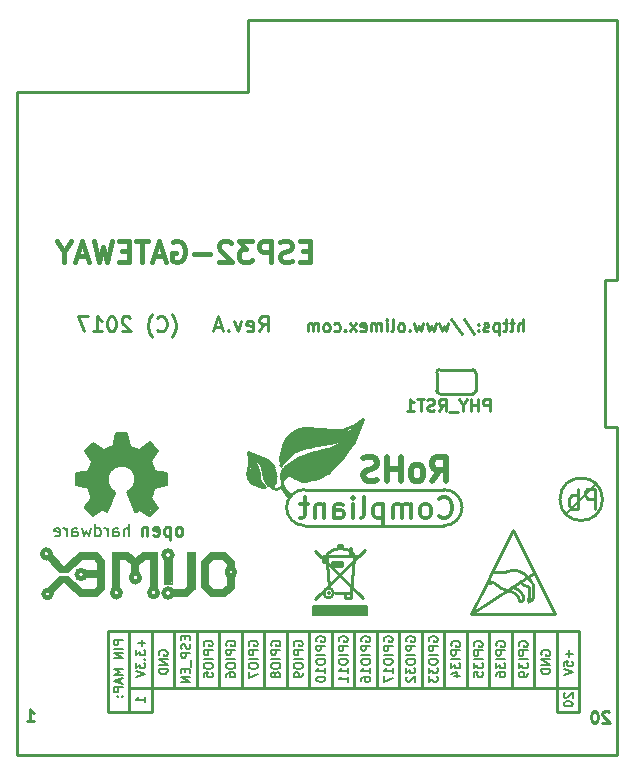
<source format=gbr>
G04 #@! TF.GenerationSoftware,KiCad,Pcbnew,no-vcs-found-097f89d~58~ubuntu14.04.1*
G04 #@! TF.CreationDate,2017-05-03T15:29:04+03:00*
G04 #@! TF.ProjectId,ESP32-GATEWAY_Rev_A,45535033322D474154455741595F5265,B*
G04 #@! TF.FileFunction,Legend,Bot*
G04 #@! TF.FilePolarity,Positive*
%FSLAX46Y46*%
G04 Gerber Fmt 4.6, Leading zero omitted, Abs format (unit mm)*
G04 Created by KiCad (PCBNEW no-vcs-found-097f89d~58~ubuntu14.04.1) date Wed May  3 15:29:04 2017*
%MOMM*%
%LPD*%
G01*
G04 APERTURE LIST*
%ADD10C,0.100000*%
%ADD11C,0.254000*%
%ADD12C,0.190500*%
%ADD13C,0.444500*%
%ADD14C,0.420000*%
%ADD15C,0.370000*%
%ADD16C,0.400000*%
%ADD17C,0.380000*%
%ADD18C,0.150000*%
%ADD19C,1.000000*%
%ADD20C,0.200000*%
%ADD21C,0.127000*%
%ADD22C,0.508000*%
%ADD23C,0.700000*%
%ADD24C,0.500000*%
%ADD25C,0.180000*%
%ADD26C,0.350000*%
G04 APERTURE END LIST*
D10*
D11*
X119773095Y-125651380D02*
X119724714Y-125603000D01*
X119627952Y-125554619D01*
X119386047Y-125554619D01*
X119289285Y-125603000D01*
X119240904Y-125651380D01*
X119192523Y-125748142D01*
X119192523Y-125844904D01*
X119240904Y-125990047D01*
X119821476Y-126570619D01*
X119192523Y-126570619D01*
X118563571Y-125554619D02*
X118466809Y-125554619D01*
X118370047Y-125603000D01*
X118321666Y-125651380D01*
X118273285Y-125748142D01*
X118224904Y-125941666D01*
X118224904Y-126183571D01*
X118273285Y-126377095D01*
X118321666Y-126473857D01*
X118370047Y-126522238D01*
X118466809Y-126570619D01*
X118563571Y-126570619D01*
X118660333Y-126522238D01*
X118708714Y-126473857D01*
X118757095Y-126377095D01*
X118805476Y-126183571D01*
X118805476Y-125941666D01*
X118757095Y-125748142D01*
X118708714Y-125651380D01*
X118660333Y-125603000D01*
X118563571Y-125554619D01*
X115316000Y-125603000D02*
X115316000Y-123571000D01*
X117221000Y-123571000D02*
X117221000Y-125603000D01*
X77343000Y-118745000D02*
X77343000Y-125603000D01*
X79121000Y-125603000D02*
X79121000Y-118745000D01*
X81026000Y-123698000D02*
X81026000Y-125603000D01*
X79121000Y-125603000D02*
X81026000Y-125603000D01*
D12*
X115987285Y-124006428D02*
X115951000Y-124042714D01*
X115914714Y-124115285D01*
X115914714Y-124296714D01*
X115951000Y-124369285D01*
X115987285Y-124405571D01*
X116059857Y-124441857D01*
X116132428Y-124441857D01*
X116241285Y-124405571D01*
X116676714Y-123970142D01*
X116676714Y-124441857D01*
X115914714Y-124913571D02*
X115914714Y-124986142D01*
X115951000Y-125058714D01*
X115987285Y-125095000D01*
X116059857Y-125131285D01*
X116205000Y-125167571D01*
X116386428Y-125167571D01*
X116531571Y-125131285D01*
X116604142Y-125095000D01*
X116640428Y-125058714D01*
X116676714Y-124986142D01*
X116676714Y-124913571D01*
X116640428Y-124841000D01*
X116604142Y-124804714D01*
X116531571Y-124768428D01*
X116386428Y-124732142D01*
X116205000Y-124732142D01*
X116059857Y-124768428D01*
X115987285Y-124804714D01*
X115951000Y-124841000D01*
X115914714Y-124913571D01*
D11*
X117221000Y-125603000D02*
X115316000Y-125603000D01*
X117221000Y-118745000D02*
X117221000Y-123571000D01*
X117221000Y-118745000D02*
X77343000Y-118745000D01*
X117221000Y-123571000D02*
X79121000Y-123571000D01*
X115316000Y-118745000D02*
X115316000Y-123571000D01*
X111506000Y-118745000D02*
X111506000Y-123571000D01*
X109601000Y-118745000D02*
X109601000Y-123571000D01*
X107696000Y-118745000D02*
X107696000Y-123571000D01*
X105791000Y-118745000D02*
X105791000Y-123571000D01*
X103886000Y-118745000D02*
X103886000Y-123571000D01*
X101981000Y-118745000D02*
X101981000Y-123571000D01*
X100076000Y-118745000D02*
X100076000Y-123571000D01*
X98171000Y-118745000D02*
X98171000Y-123571000D01*
X96266000Y-118745000D02*
X96266000Y-123571000D01*
X94361000Y-118745000D02*
X94361000Y-123571000D01*
X92456000Y-118745000D02*
X92456000Y-123571000D01*
X90551000Y-118745000D02*
X90551000Y-123571000D01*
X88646000Y-118745000D02*
X88646000Y-123571000D01*
X86741000Y-118745000D02*
X86741000Y-123571000D01*
X84836000Y-118745000D02*
X84836000Y-123571000D01*
X82931000Y-118745000D02*
X82931000Y-123571000D01*
X81026000Y-118872000D02*
X81026000Y-123571000D01*
X113411000Y-118745000D02*
X113411000Y-123571000D01*
X120396000Y-101473000D02*
X120396000Y-129286000D01*
X119380000Y-101473000D02*
X120396000Y-101473000D01*
X119380000Y-89027000D02*
X119380000Y-101473000D01*
X120396000Y-89027000D02*
X119380000Y-89027000D01*
X120396000Y-67056000D02*
X120396000Y-89027000D01*
X120396000Y-67056000D02*
X89154000Y-67056000D01*
X69596000Y-129286000D02*
X120396000Y-129286000D01*
X69596000Y-73152000D02*
X69596000Y-129286000D01*
X90127666Y-93411523D02*
X90551000Y-92806761D01*
X90853380Y-93411523D02*
X90853380Y-92141523D01*
X90369571Y-92141523D01*
X90248619Y-92202000D01*
X90188142Y-92262476D01*
X90127666Y-92383428D01*
X90127666Y-92564857D01*
X90188142Y-92685809D01*
X90248619Y-92746285D01*
X90369571Y-92806761D01*
X90853380Y-92806761D01*
X89099571Y-93351047D02*
X89220523Y-93411523D01*
X89462428Y-93411523D01*
X89583380Y-93351047D01*
X89643857Y-93230095D01*
X89643857Y-92746285D01*
X89583380Y-92625333D01*
X89462428Y-92564857D01*
X89220523Y-92564857D01*
X89099571Y-92625333D01*
X89039095Y-92746285D01*
X89039095Y-92867238D01*
X89643857Y-92988190D01*
X88615761Y-92564857D02*
X88313380Y-93411523D01*
X88011000Y-92564857D01*
X87527190Y-93290571D02*
X87466714Y-93351047D01*
X87527190Y-93411523D01*
X87587666Y-93351047D01*
X87527190Y-93290571D01*
X87527190Y-93411523D01*
X86982904Y-93048666D02*
X86378142Y-93048666D01*
X87103857Y-93411523D02*
X86680523Y-92141523D01*
X86257190Y-93411523D01*
X82713285Y-93895333D02*
X82773761Y-93834857D01*
X82894714Y-93653428D01*
X82955190Y-93532476D01*
X83015666Y-93351047D01*
X83076142Y-93048666D01*
X83076142Y-92806761D01*
X83015666Y-92504380D01*
X82955190Y-92322952D01*
X82894714Y-92202000D01*
X82773761Y-92020571D01*
X82713285Y-91960095D01*
X81503761Y-93290571D02*
X81564238Y-93351047D01*
X81745666Y-93411523D01*
X81866619Y-93411523D01*
X82048047Y-93351047D01*
X82169000Y-93230095D01*
X82229476Y-93109142D01*
X82289952Y-92867238D01*
X82289952Y-92685809D01*
X82229476Y-92443904D01*
X82169000Y-92322952D01*
X82048047Y-92202000D01*
X81866619Y-92141523D01*
X81745666Y-92141523D01*
X81564238Y-92202000D01*
X81503761Y-92262476D01*
X81080428Y-93895333D02*
X81019952Y-93834857D01*
X80899000Y-93653428D01*
X80838523Y-93532476D01*
X80778047Y-93351047D01*
X80717571Y-93048666D01*
X80717571Y-92806761D01*
X80778047Y-92504380D01*
X80838523Y-92322952D01*
X80899000Y-92202000D01*
X81019952Y-92020571D01*
X81080428Y-91960095D01*
X79205666Y-92262476D02*
X79145190Y-92202000D01*
X79024238Y-92141523D01*
X78721857Y-92141523D01*
X78600904Y-92202000D01*
X78540428Y-92262476D01*
X78479952Y-92383428D01*
X78479952Y-92504380D01*
X78540428Y-92685809D01*
X79266142Y-93411523D01*
X78479952Y-93411523D01*
X77693761Y-92141523D02*
X77572809Y-92141523D01*
X77451857Y-92202000D01*
X77391380Y-92262476D01*
X77330904Y-92383428D01*
X77270428Y-92625333D01*
X77270428Y-92927714D01*
X77330904Y-93169619D01*
X77391380Y-93290571D01*
X77451857Y-93351047D01*
X77572809Y-93411523D01*
X77693761Y-93411523D01*
X77814714Y-93351047D01*
X77875190Y-93290571D01*
X77935666Y-93169619D01*
X77996142Y-92927714D01*
X77996142Y-92625333D01*
X77935666Y-92383428D01*
X77875190Y-92262476D01*
X77814714Y-92202000D01*
X77693761Y-92141523D01*
X76060904Y-93411523D02*
X76786619Y-93411523D01*
X76423761Y-93411523D02*
X76423761Y-92141523D01*
X76544714Y-92322952D01*
X76665666Y-92443904D01*
X76786619Y-92504380D01*
X75637571Y-92141523D02*
X74790904Y-92141523D01*
X75335190Y-93411523D01*
X112497809Y-93423619D02*
X112497809Y-92407619D01*
X112062380Y-93423619D02*
X112062380Y-92891428D01*
X112110761Y-92794666D01*
X112207523Y-92746285D01*
X112352666Y-92746285D01*
X112449428Y-92794666D01*
X112497809Y-92843047D01*
X111723714Y-92746285D02*
X111336666Y-92746285D01*
X111578571Y-92407619D02*
X111578571Y-93278476D01*
X111530190Y-93375238D01*
X111433428Y-93423619D01*
X111336666Y-93423619D01*
X111143142Y-92746285D02*
X110756095Y-92746285D01*
X110998000Y-92407619D02*
X110998000Y-93278476D01*
X110949619Y-93375238D01*
X110852857Y-93423619D01*
X110756095Y-93423619D01*
X110417428Y-92746285D02*
X110417428Y-93762285D01*
X110417428Y-92794666D02*
X110320666Y-92746285D01*
X110127142Y-92746285D01*
X110030380Y-92794666D01*
X109982000Y-92843047D01*
X109933619Y-92939809D01*
X109933619Y-93230095D01*
X109982000Y-93326857D01*
X110030380Y-93375238D01*
X110127142Y-93423619D01*
X110320666Y-93423619D01*
X110417428Y-93375238D01*
X109546571Y-93375238D02*
X109449809Y-93423619D01*
X109256285Y-93423619D01*
X109159523Y-93375238D01*
X109111142Y-93278476D01*
X109111142Y-93230095D01*
X109159523Y-93133333D01*
X109256285Y-93084952D01*
X109401428Y-93084952D01*
X109498190Y-93036571D01*
X109546571Y-92939809D01*
X109546571Y-92891428D01*
X109498190Y-92794666D01*
X109401428Y-92746285D01*
X109256285Y-92746285D01*
X109159523Y-92794666D01*
X108675714Y-93326857D02*
X108627333Y-93375238D01*
X108675714Y-93423619D01*
X108724095Y-93375238D01*
X108675714Y-93326857D01*
X108675714Y-93423619D01*
X108675714Y-92794666D02*
X108627333Y-92843047D01*
X108675714Y-92891428D01*
X108724095Y-92843047D01*
X108675714Y-92794666D01*
X108675714Y-92891428D01*
X107466190Y-92359238D02*
X108337047Y-93665523D01*
X106401809Y-92359238D02*
X107272666Y-93665523D01*
X106159904Y-92746285D02*
X105966380Y-93423619D01*
X105772857Y-92939809D01*
X105579333Y-93423619D01*
X105385809Y-92746285D01*
X105095523Y-92746285D02*
X104902000Y-93423619D01*
X104708476Y-92939809D01*
X104514952Y-93423619D01*
X104321428Y-92746285D01*
X104031142Y-92746285D02*
X103837619Y-93423619D01*
X103644095Y-92939809D01*
X103450571Y-93423619D01*
X103257047Y-92746285D01*
X102870000Y-93326857D02*
X102821619Y-93375238D01*
X102870000Y-93423619D01*
X102918380Y-93375238D01*
X102870000Y-93326857D01*
X102870000Y-93423619D01*
X102241047Y-93423619D02*
X102337809Y-93375238D01*
X102386190Y-93326857D01*
X102434571Y-93230095D01*
X102434571Y-92939809D01*
X102386190Y-92843047D01*
X102337809Y-92794666D01*
X102241047Y-92746285D01*
X102095904Y-92746285D01*
X101999142Y-92794666D01*
X101950761Y-92843047D01*
X101902380Y-92939809D01*
X101902380Y-93230095D01*
X101950761Y-93326857D01*
X101999142Y-93375238D01*
X102095904Y-93423619D01*
X102241047Y-93423619D01*
X101321809Y-93423619D02*
X101418571Y-93375238D01*
X101466952Y-93278476D01*
X101466952Y-92407619D01*
X100934761Y-93423619D02*
X100934761Y-92746285D01*
X100934761Y-92407619D02*
X100983142Y-92456000D01*
X100934761Y-92504380D01*
X100886380Y-92456000D01*
X100934761Y-92407619D01*
X100934761Y-92504380D01*
X100450952Y-93423619D02*
X100450952Y-92746285D01*
X100450952Y-92843047D02*
X100402571Y-92794666D01*
X100305809Y-92746285D01*
X100160666Y-92746285D01*
X100063904Y-92794666D01*
X100015523Y-92891428D01*
X100015523Y-93423619D01*
X100015523Y-92891428D02*
X99967142Y-92794666D01*
X99870380Y-92746285D01*
X99725238Y-92746285D01*
X99628476Y-92794666D01*
X99580095Y-92891428D01*
X99580095Y-93423619D01*
X98709238Y-93375238D02*
X98806000Y-93423619D01*
X98999523Y-93423619D01*
X99096285Y-93375238D01*
X99144666Y-93278476D01*
X99144666Y-92891428D01*
X99096285Y-92794666D01*
X98999523Y-92746285D01*
X98806000Y-92746285D01*
X98709238Y-92794666D01*
X98660857Y-92891428D01*
X98660857Y-92988190D01*
X99144666Y-93084952D01*
X98322190Y-93423619D02*
X97790000Y-92746285D01*
X98322190Y-92746285D02*
X97790000Y-93423619D01*
X97402952Y-93326857D02*
X97354571Y-93375238D01*
X97402952Y-93423619D01*
X97451333Y-93375238D01*
X97402952Y-93326857D01*
X97402952Y-93423619D01*
X96483714Y-93375238D02*
X96580476Y-93423619D01*
X96774000Y-93423619D01*
X96870761Y-93375238D01*
X96919142Y-93326857D01*
X96967523Y-93230095D01*
X96967523Y-92939809D01*
X96919142Y-92843047D01*
X96870761Y-92794666D01*
X96774000Y-92746285D01*
X96580476Y-92746285D01*
X96483714Y-92794666D01*
X95903142Y-93423619D02*
X95999904Y-93375238D01*
X96048285Y-93326857D01*
X96096666Y-93230095D01*
X96096666Y-92939809D01*
X96048285Y-92843047D01*
X95999904Y-92794666D01*
X95903142Y-92746285D01*
X95758000Y-92746285D01*
X95661238Y-92794666D01*
X95612857Y-92843047D01*
X95564476Y-92939809D01*
X95564476Y-93230095D01*
X95612857Y-93326857D01*
X95661238Y-93375238D01*
X95758000Y-93423619D01*
X95903142Y-93423619D01*
X95129047Y-93423619D02*
X95129047Y-92746285D01*
X95129047Y-92843047D02*
X95080666Y-92794666D01*
X94983904Y-92746285D01*
X94838761Y-92746285D01*
X94742000Y-92794666D01*
X94693619Y-92891428D01*
X94693619Y-93423619D01*
X94693619Y-92891428D02*
X94645238Y-92794666D01*
X94548476Y-92746285D01*
X94403333Y-92746285D01*
X94306571Y-92794666D01*
X94258190Y-92891428D01*
X94258190Y-93423619D01*
X70448714Y-126443619D02*
X71029285Y-126443619D01*
X70739000Y-126443619D02*
X70739000Y-125427619D01*
X70835761Y-125572761D01*
X70932523Y-125669523D01*
X71029285Y-125717904D01*
D13*
X94403333Y-86614000D02*
X93810666Y-86614000D01*
X93556666Y-87545333D02*
X94403333Y-87545333D01*
X94403333Y-85767333D01*
X93556666Y-85767333D01*
X92879333Y-87460666D02*
X92625333Y-87545333D01*
X92202000Y-87545333D01*
X92032666Y-87460666D01*
X91948000Y-87376000D01*
X91863333Y-87206666D01*
X91863333Y-87037333D01*
X91948000Y-86868000D01*
X92032666Y-86783333D01*
X92202000Y-86698666D01*
X92540666Y-86614000D01*
X92710000Y-86529333D01*
X92794666Y-86444666D01*
X92879333Y-86275333D01*
X92879333Y-86106000D01*
X92794666Y-85936666D01*
X92710000Y-85852000D01*
X92540666Y-85767333D01*
X92117333Y-85767333D01*
X91863333Y-85852000D01*
X91101333Y-87545333D02*
X91101333Y-85767333D01*
X90424000Y-85767333D01*
X90254666Y-85852000D01*
X90170000Y-85936666D01*
X90085333Y-86106000D01*
X90085333Y-86360000D01*
X90170000Y-86529333D01*
X90254666Y-86614000D01*
X90424000Y-86698666D01*
X91101333Y-86698666D01*
X89492666Y-85767333D02*
X88392000Y-85767333D01*
X88984666Y-86444666D01*
X88730666Y-86444666D01*
X88561333Y-86529333D01*
X88476666Y-86614000D01*
X88392000Y-86783333D01*
X88392000Y-87206666D01*
X88476666Y-87376000D01*
X88561333Y-87460666D01*
X88730666Y-87545333D01*
X89238666Y-87545333D01*
X89408000Y-87460666D01*
X89492666Y-87376000D01*
X87714666Y-85936666D02*
X87630000Y-85852000D01*
X87460666Y-85767333D01*
X87037333Y-85767333D01*
X86868000Y-85852000D01*
X86783333Y-85936666D01*
X86698666Y-86106000D01*
X86698666Y-86275333D01*
X86783333Y-86529333D01*
X87799333Y-87545333D01*
X86698666Y-87545333D01*
X85936666Y-86868000D02*
X84582000Y-86868000D01*
X82804000Y-85852000D02*
X82973333Y-85767333D01*
X83227333Y-85767333D01*
X83481333Y-85852000D01*
X83650666Y-86021333D01*
X83735333Y-86190666D01*
X83820000Y-86529333D01*
X83820000Y-86783333D01*
X83735333Y-87122000D01*
X83650666Y-87291333D01*
X83481333Y-87460666D01*
X83227333Y-87545333D01*
X83058000Y-87545333D01*
X82804000Y-87460666D01*
X82719333Y-87376000D01*
X82719333Y-86783333D01*
X83058000Y-86783333D01*
X82042000Y-87037333D02*
X81195333Y-87037333D01*
X82211333Y-87545333D02*
X81618666Y-85767333D01*
X81026000Y-87545333D01*
X80687333Y-85767333D02*
X79671333Y-85767333D01*
X80179333Y-87545333D02*
X80179333Y-85767333D01*
X79078666Y-86614000D02*
X78486000Y-86614000D01*
X78232000Y-87545333D02*
X79078666Y-87545333D01*
X79078666Y-85767333D01*
X78232000Y-85767333D01*
X77639333Y-85767333D02*
X77216000Y-87545333D01*
X76877333Y-86275333D01*
X76538666Y-87545333D01*
X76115333Y-85767333D01*
X75522666Y-87037333D02*
X74676000Y-87037333D01*
X75692000Y-87545333D02*
X75099333Y-85767333D01*
X74506666Y-87545333D01*
X73575333Y-86698666D02*
X73575333Y-87545333D01*
X74168000Y-85767333D02*
X73575333Y-86698666D01*
X72982666Y-85767333D01*
D12*
X116386428Y-120432285D02*
X116386428Y-121012857D01*
X116676714Y-120722571D02*
X116096142Y-120722571D01*
X115914714Y-121738571D02*
X115914714Y-121375714D01*
X116277571Y-121339428D01*
X116241285Y-121375714D01*
X116205000Y-121448285D01*
X116205000Y-121629714D01*
X116241285Y-121702285D01*
X116277571Y-121738571D01*
X116350142Y-121774857D01*
X116531571Y-121774857D01*
X116604142Y-121738571D01*
X116640428Y-121702285D01*
X116676714Y-121629714D01*
X116676714Y-121448285D01*
X116640428Y-121375714D01*
X116604142Y-121339428D01*
X115914714Y-121992571D02*
X116676714Y-122246571D01*
X115914714Y-122500571D01*
X112141000Y-120069428D02*
X112104714Y-119996857D01*
X112104714Y-119888000D01*
X112141000Y-119779142D01*
X112213571Y-119706571D01*
X112286142Y-119670285D01*
X112431285Y-119634000D01*
X112540142Y-119634000D01*
X112685285Y-119670285D01*
X112757857Y-119706571D01*
X112830428Y-119779142D01*
X112866714Y-119888000D01*
X112866714Y-119960571D01*
X112830428Y-120069428D01*
X112794142Y-120105714D01*
X112540142Y-120105714D01*
X112540142Y-119960571D01*
X112866714Y-120432285D02*
X112104714Y-120432285D01*
X112104714Y-120722571D01*
X112141000Y-120795142D01*
X112177285Y-120831428D01*
X112249857Y-120867714D01*
X112358714Y-120867714D01*
X112431285Y-120831428D01*
X112467571Y-120795142D01*
X112503857Y-120722571D01*
X112503857Y-120432285D01*
X112866714Y-121194285D02*
X112104714Y-121194285D01*
X112104714Y-121484571D02*
X112104714Y-121956285D01*
X112395000Y-121702285D01*
X112395000Y-121811142D01*
X112431285Y-121883714D01*
X112467571Y-121920000D01*
X112540142Y-121956285D01*
X112721571Y-121956285D01*
X112794142Y-121920000D01*
X112830428Y-121883714D01*
X112866714Y-121811142D01*
X112866714Y-121593428D01*
X112830428Y-121520857D01*
X112794142Y-121484571D01*
X112866714Y-122319142D02*
X112866714Y-122464285D01*
X112830428Y-122536857D01*
X112794142Y-122573142D01*
X112685285Y-122645714D01*
X112540142Y-122682000D01*
X112249857Y-122682000D01*
X112177285Y-122645714D01*
X112141000Y-122609428D01*
X112104714Y-122536857D01*
X112104714Y-122391714D01*
X112141000Y-122319142D01*
X112177285Y-122282857D01*
X112249857Y-122246571D01*
X112431285Y-122246571D01*
X112503857Y-122282857D01*
X112540142Y-122319142D01*
X112576428Y-122391714D01*
X112576428Y-122536857D01*
X112540142Y-122609428D01*
X112503857Y-122645714D01*
X112431285Y-122682000D01*
X114046000Y-120831428D02*
X114009714Y-120758857D01*
X114009714Y-120650000D01*
X114046000Y-120541142D01*
X114118571Y-120468571D01*
X114191142Y-120432285D01*
X114336285Y-120396000D01*
X114445142Y-120396000D01*
X114590285Y-120432285D01*
X114662857Y-120468571D01*
X114735428Y-120541142D01*
X114771714Y-120650000D01*
X114771714Y-120722571D01*
X114735428Y-120831428D01*
X114699142Y-120867714D01*
X114445142Y-120867714D01*
X114445142Y-120722571D01*
X114771714Y-121194285D02*
X114009714Y-121194285D01*
X114771714Y-121629714D01*
X114009714Y-121629714D01*
X114771714Y-121992571D02*
X114009714Y-121992571D01*
X114009714Y-122174000D01*
X114046000Y-122282857D01*
X114118571Y-122355428D01*
X114191142Y-122391714D01*
X114336285Y-122428000D01*
X114445142Y-122428000D01*
X114590285Y-122391714D01*
X114662857Y-122355428D01*
X114735428Y-122282857D01*
X114771714Y-122174000D01*
X114771714Y-121992571D01*
X110236000Y-120069428D02*
X110199714Y-119996857D01*
X110199714Y-119888000D01*
X110236000Y-119779142D01*
X110308571Y-119706571D01*
X110381142Y-119670285D01*
X110526285Y-119634000D01*
X110635142Y-119634000D01*
X110780285Y-119670285D01*
X110852857Y-119706571D01*
X110925428Y-119779142D01*
X110961714Y-119888000D01*
X110961714Y-119960571D01*
X110925428Y-120069428D01*
X110889142Y-120105714D01*
X110635142Y-120105714D01*
X110635142Y-119960571D01*
X110961714Y-120432285D02*
X110199714Y-120432285D01*
X110199714Y-120722571D01*
X110236000Y-120795142D01*
X110272285Y-120831428D01*
X110344857Y-120867714D01*
X110453714Y-120867714D01*
X110526285Y-120831428D01*
X110562571Y-120795142D01*
X110598857Y-120722571D01*
X110598857Y-120432285D01*
X110961714Y-121194285D02*
X110199714Y-121194285D01*
X110199714Y-121484571D02*
X110199714Y-121956285D01*
X110490000Y-121702285D01*
X110490000Y-121811142D01*
X110526285Y-121883714D01*
X110562571Y-121920000D01*
X110635142Y-121956285D01*
X110816571Y-121956285D01*
X110889142Y-121920000D01*
X110925428Y-121883714D01*
X110961714Y-121811142D01*
X110961714Y-121593428D01*
X110925428Y-121520857D01*
X110889142Y-121484571D01*
X110199714Y-122609428D02*
X110199714Y-122464285D01*
X110236000Y-122391714D01*
X110272285Y-122355428D01*
X110381142Y-122282857D01*
X110526285Y-122246571D01*
X110816571Y-122246571D01*
X110889142Y-122282857D01*
X110925428Y-122319142D01*
X110961714Y-122391714D01*
X110961714Y-122536857D01*
X110925428Y-122609428D01*
X110889142Y-122645714D01*
X110816571Y-122682000D01*
X110635142Y-122682000D01*
X110562571Y-122645714D01*
X110526285Y-122609428D01*
X110490000Y-122536857D01*
X110490000Y-122391714D01*
X110526285Y-122319142D01*
X110562571Y-122282857D01*
X110635142Y-122246571D01*
X108331000Y-120069428D02*
X108294714Y-119996857D01*
X108294714Y-119888000D01*
X108331000Y-119779142D01*
X108403571Y-119706571D01*
X108476142Y-119670285D01*
X108621285Y-119634000D01*
X108730142Y-119634000D01*
X108875285Y-119670285D01*
X108947857Y-119706571D01*
X109020428Y-119779142D01*
X109056714Y-119888000D01*
X109056714Y-119960571D01*
X109020428Y-120069428D01*
X108984142Y-120105714D01*
X108730142Y-120105714D01*
X108730142Y-119960571D01*
X109056714Y-120432285D02*
X108294714Y-120432285D01*
X108294714Y-120722571D01*
X108331000Y-120795142D01*
X108367285Y-120831428D01*
X108439857Y-120867714D01*
X108548714Y-120867714D01*
X108621285Y-120831428D01*
X108657571Y-120795142D01*
X108693857Y-120722571D01*
X108693857Y-120432285D01*
X109056714Y-121194285D02*
X108294714Y-121194285D01*
X108294714Y-121484571D02*
X108294714Y-121956285D01*
X108585000Y-121702285D01*
X108585000Y-121811142D01*
X108621285Y-121883714D01*
X108657571Y-121920000D01*
X108730142Y-121956285D01*
X108911571Y-121956285D01*
X108984142Y-121920000D01*
X109020428Y-121883714D01*
X109056714Y-121811142D01*
X109056714Y-121593428D01*
X109020428Y-121520857D01*
X108984142Y-121484571D01*
X108294714Y-122645714D02*
X108294714Y-122282857D01*
X108657571Y-122246571D01*
X108621285Y-122282857D01*
X108585000Y-122355428D01*
X108585000Y-122536857D01*
X108621285Y-122609428D01*
X108657571Y-122645714D01*
X108730142Y-122682000D01*
X108911571Y-122682000D01*
X108984142Y-122645714D01*
X109020428Y-122609428D01*
X109056714Y-122536857D01*
X109056714Y-122355428D01*
X109020428Y-122282857D01*
X108984142Y-122246571D01*
X106426000Y-120069428D02*
X106389714Y-119996857D01*
X106389714Y-119888000D01*
X106426000Y-119779142D01*
X106498571Y-119706571D01*
X106571142Y-119670285D01*
X106716285Y-119634000D01*
X106825142Y-119634000D01*
X106970285Y-119670285D01*
X107042857Y-119706571D01*
X107115428Y-119779142D01*
X107151714Y-119888000D01*
X107151714Y-119960571D01*
X107115428Y-120069428D01*
X107079142Y-120105714D01*
X106825142Y-120105714D01*
X106825142Y-119960571D01*
X107151714Y-120432285D02*
X106389714Y-120432285D01*
X106389714Y-120722571D01*
X106426000Y-120795142D01*
X106462285Y-120831428D01*
X106534857Y-120867714D01*
X106643714Y-120867714D01*
X106716285Y-120831428D01*
X106752571Y-120795142D01*
X106788857Y-120722571D01*
X106788857Y-120432285D01*
X107151714Y-121194285D02*
X106389714Y-121194285D01*
X106389714Y-121484571D02*
X106389714Y-121956285D01*
X106680000Y-121702285D01*
X106680000Y-121811142D01*
X106716285Y-121883714D01*
X106752571Y-121920000D01*
X106825142Y-121956285D01*
X107006571Y-121956285D01*
X107079142Y-121920000D01*
X107115428Y-121883714D01*
X107151714Y-121811142D01*
X107151714Y-121593428D01*
X107115428Y-121520857D01*
X107079142Y-121484571D01*
X106643714Y-122609428D02*
X107151714Y-122609428D01*
X106353428Y-122428000D02*
X106897714Y-122246571D01*
X106897714Y-122718285D01*
X104521000Y-119670285D02*
X104484714Y-119597714D01*
X104484714Y-119488857D01*
X104521000Y-119380000D01*
X104593571Y-119307428D01*
X104666142Y-119271142D01*
X104811285Y-119234857D01*
X104920142Y-119234857D01*
X105065285Y-119271142D01*
X105137857Y-119307428D01*
X105210428Y-119380000D01*
X105246714Y-119488857D01*
X105246714Y-119561428D01*
X105210428Y-119670285D01*
X105174142Y-119706571D01*
X104920142Y-119706571D01*
X104920142Y-119561428D01*
X105246714Y-120033142D02*
X104484714Y-120033142D01*
X104484714Y-120323428D01*
X104521000Y-120396000D01*
X104557285Y-120432285D01*
X104629857Y-120468571D01*
X104738714Y-120468571D01*
X104811285Y-120432285D01*
X104847571Y-120396000D01*
X104883857Y-120323428D01*
X104883857Y-120033142D01*
X105246714Y-120795142D02*
X104484714Y-120795142D01*
X104484714Y-121303142D02*
X104484714Y-121448285D01*
X104521000Y-121520857D01*
X104593571Y-121593428D01*
X104738714Y-121629714D01*
X104992714Y-121629714D01*
X105137857Y-121593428D01*
X105210428Y-121520857D01*
X105246714Y-121448285D01*
X105246714Y-121303142D01*
X105210428Y-121230571D01*
X105137857Y-121158000D01*
X104992714Y-121121714D01*
X104738714Y-121121714D01*
X104593571Y-121158000D01*
X104521000Y-121230571D01*
X104484714Y-121303142D01*
X104484714Y-121883714D02*
X104484714Y-122355428D01*
X104775000Y-122101428D01*
X104775000Y-122210285D01*
X104811285Y-122282857D01*
X104847571Y-122319142D01*
X104920142Y-122355428D01*
X105101571Y-122355428D01*
X105174142Y-122319142D01*
X105210428Y-122282857D01*
X105246714Y-122210285D01*
X105246714Y-121992571D01*
X105210428Y-121920000D01*
X105174142Y-121883714D01*
X104484714Y-122609428D02*
X104484714Y-123081142D01*
X104775000Y-122827142D01*
X104775000Y-122936000D01*
X104811285Y-123008571D01*
X104847571Y-123044857D01*
X104920142Y-123081142D01*
X105101571Y-123081142D01*
X105174142Y-123044857D01*
X105210428Y-123008571D01*
X105246714Y-122936000D01*
X105246714Y-122718285D01*
X105210428Y-122645714D01*
X105174142Y-122609428D01*
X102616000Y-119670285D02*
X102579714Y-119597714D01*
X102579714Y-119488857D01*
X102616000Y-119380000D01*
X102688571Y-119307428D01*
X102761142Y-119271142D01*
X102906285Y-119234857D01*
X103015142Y-119234857D01*
X103160285Y-119271142D01*
X103232857Y-119307428D01*
X103305428Y-119380000D01*
X103341714Y-119488857D01*
X103341714Y-119561428D01*
X103305428Y-119670285D01*
X103269142Y-119706571D01*
X103015142Y-119706571D01*
X103015142Y-119561428D01*
X103341714Y-120033142D02*
X102579714Y-120033142D01*
X102579714Y-120323428D01*
X102616000Y-120396000D01*
X102652285Y-120432285D01*
X102724857Y-120468571D01*
X102833714Y-120468571D01*
X102906285Y-120432285D01*
X102942571Y-120396000D01*
X102978857Y-120323428D01*
X102978857Y-120033142D01*
X103341714Y-120795142D02*
X102579714Y-120795142D01*
X102579714Y-121303142D02*
X102579714Y-121448285D01*
X102616000Y-121520857D01*
X102688571Y-121593428D01*
X102833714Y-121629714D01*
X103087714Y-121629714D01*
X103232857Y-121593428D01*
X103305428Y-121520857D01*
X103341714Y-121448285D01*
X103341714Y-121303142D01*
X103305428Y-121230571D01*
X103232857Y-121158000D01*
X103087714Y-121121714D01*
X102833714Y-121121714D01*
X102688571Y-121158000D01*
X102616000Y-121230571D01*
X102579714Y-121303142D01*
X102579714Y-121883714D02*
X102579714Y-122355428D01*
X102870000Y-122101428D01*
X102870000Y-122210285D01*
X102906285Y-122282857D01*
X102942571Y-122319142D01*
X103015142Y-122355428D01*
X103196571Y-122355428D01*
X103269142Y-122319142D01*
X103305428Y-122282857D01*
X103341714Y-122210285D01*
X103341714Y-121992571D01*
X103305428Y-121920000D01*
X103269142Y-121883714D01*
X102652285Y-122645714D02*
X102616000Y-122682000D01*
X102579714Y-122754571D01*
X102579714Y-122936000D01*
X102616000Y-123008571D01*
X102652285Y-123044857D01*
X102724857Y-123081142D01*
X102797428Y-123081142D01*
X102906285Y-123044857D01*
X103341714Y-122609428D01*
X103341714Y-123081142D01*
D11*
X77343000Y-125603000D02*
X79121000Y-125603000D01*
D12*
X78576714Y-119525142D02*
X77814714Y-119525142D01*
X77814714Y-119815428D01*
X77851000Y-119888000D01*
X77887285Y-119924285D01*
X77959857Y-119960571D01*
X78068714Y-119960571D01*
X78141285Y-119924285D01*
X78177571Y-119888000D01*
X78213857Y-119815428D01*
X78213857Y-119525142D01*
X78576714Y-120287142D02*
X77814714Y-120287142D01*
X78576714Y-120650000D02*
X77814714Y-120650000D01*
X78576714Y-121085428D01*
X77814714Y-121085428D01*
X78576714Y-122028857D02*
X77814714Y-122028857D01*
X78359000Y-122282857D01*
X77814714Y-122536857D01*
X78576714Y-122536857D01*
X78359000Y-122863428D02*
X78359000Y-123226285D01*
X78576714Y-122790857D02*
X77814714Y-123044857D01*
X78576714Y-123298857D01*
X78576714Y-123552857D02*
X77814714Y-123552857D01*
X77814714Y-123843142D01*
X77851000Y-123915714D01*
X77887285Y-123952000D01*
X77959857Y-123988285D01*
X78068714Y-123988285D01*
X78141285Y-123952000D01*
X78177571Y-123915714D01*
X78213857Y-123843142D01*
X78213857Y-123552857D01*
X78504142Y-124314857D02*
X78540428Y-124351142D01*
X78576714Y-124314857D01*
X78540428Y-124278571D01*
X78504142Y-124314857D01*
X78576714Y-124314857D01*
X78105000Y-124314857D02*
X78141285Y-124351142D01*
X78177571Y-124314857D01*
X78141285Y-124278571D01*
X78105000Y-124314857D01*
X78177571Y-124314857D01*
X100711000Y-119670285D02*
X100674714Y-119597714D01*
X100674714Y-119488857D01*
X100711000Y-119380000D01*
X100783571Y-119307428D01*
X100856142Y-119271142D01*
X101001285Y-119234857D01*
X101110142Y-119234857D01*
X101255285Y-119271142D01*
X101327857Y-119307428D01*
X101400428Y-119380000D01*
X101436714Y-119488857D01*
X101436714Y-119561428D01*
X101400428Y-119670285D01*
X101364142Y-119706571D01*
X101110142Y-119706571D01*
X101110142Y-119561428D01*
X101436714Y-120033142D02*
X100674714Y-120033142D01*
X100674714Y-120323428D01*
X100711000Y-120396000D01*
X100747285Y-120432285D01*
X100819857Y-120468571D01*
X100928714Y-120468571D01*
X101001285Y-120432285D01*
X101037571Y-120396000D01*
X101073857Y-120323428D01*
X101073857Y-120033142D01*
X101436714Y-120795142D02*
X100674714Y-120795142D01*
X100674714Y-121303142D02*
X100674714Y-121448285D01*
X100711000Y-121520857D01*
X100783571Y-121593428D01*
X100928714Y-121629714D01*
X101182714Y-121629714D01*
X101327857Y-121593428D01*
X101400428Y-121520857D01*
X101436714Y-121448285D01*
X101436714Y-121303142D01*
X101400428Y-121230571D01*
X101327857Y-121158000D01*
X101182714Y-121121714D01*
X100928714Y-121121714D01*
X100783571Y-121158000D01*
X100711000Y-121230571D01*
X100674714Y-121303142D01*
X101436714Y-122355428D02*
X101436714Y-121920000D01*
X101436714Y-122137714D02*
X100674714Y-122137714D01*
X100783571Y-122065142D01*
X100856142Y-121992571D01*
X100892428Y-121920000D01*
X100674714Y-122609428D02*
X100674714Y-123117428D01*
X101436714Y-122790857D01*
X98806000Y-119670285D02*
X98769714Y-119597714D01*
X98769714Y-119488857D01*
X98806000Y-119380000D01*
X98878571Y-119307428D01*
X98951142Y-119271142D01*
X99096285Y-119234857D01*
X99205142Y-119234857D01*
X99350285Y-119271142D01*
X99422857Y-119307428D01*
X99495428Y-119380000D01*
X99531714Y-119488857D01*
X99531714Y-119561428D01*
X99495428Y-119670285D01*
X99459142Y-119706571D01*
X99205142Y-119706571D01*
X99205142Y-119561428D01*
X99531714Y-120033142D02*
X98769714Y-120033142D01*
X98769714Y-120323428D01*
X98806000Y-120396000D01*
X98842285Y-120432285D01*
X98914857Y-120468571D01*
X99023714Y-120468571D01*
X99096285Y-120432285D01*
X99132571Y-120396000D01*
X99168857Y-120323428D01*
X99168857Y-120033142D01*
X99531714Y-120795142D02*
X98769714Y-120795142D01*
X98769714Y-121303142D02*
X98769714Y-121448285D01*
X98806000Y-121520857D01*
X98878571Y-121593428D01*
X99023714Y-121629714D01*
X99277714Y-121629714D01*
X99422857Y-121593428D01*
X99495428Y-121520857D01*
X99531714Y-121448285D01*
X99531714Y-121303142D01*
X99495428Y-121230571D01*
X99422857Y-121158000D01*
X99277714Y-121121714D01*
X99023714Y-121121714D01*
X98878571Y-121158000D01*
X98806000Y-121230571D01*
X98769714Y-121303142D01*
X99531714Y-122355428D02*
X99531714Y-121920000D01*
X99531714Y-122137714D02*
X98769714Y-122137714D01*
X98878571Y-122065142D01*
X98951142Y-121992571D01*
X98987428Y-121920000D01*
X98769714Y-123008571D02*
X98769714Y-122863428D01*
X98806000Y-122790857D01*
X98842285Y-122754571D01*
X98951142Y-122682000D01*
X99096285Y-122645714D01*
X99386571Y-122645714D01*
X99459142Y-122682000D01*
X99495428Y-122718285D01*
X99531714Y-122790857D01*
X99531714Y-122936000D01*
X99495428Y-123008571D01*
X99459142Y-123044857D01*
X99386571Y-123081142D01*
X99205142Y-123081142D01*
X99132571Y-123044857D01*
X99096285Y-123008571D01*
X99060000Y-122936000D01*
X99060000Y-122790857D01*
X99096285Y-122718285D01*
X99132571Y-122682000D01*
X99205142Y-122645714D01*
X96901000Y-119670285D02*
X96864714Y-119597714D01*
X96864714Y-119488857D01*
X96901000Y-119380000D01*
X96973571Y-119307428D01*
X97046142Y-119271142D01*
X97191285Y-119234857D01*
X97300142Y-119234857D01*
X97445285Y-119271142D01*
X97517857Y-119307428D01*
X97590428Y-119380000D01*
X97626714Y-119488857D01*
X97626714Y-119561428D01*
X97590428Y-119670285D01*
X97554142Y-119706571D01*
X97300142Y-119706571D01*
X97300142Y-119561428D01*
X97626714Y-120033142D02*
X96864714Y-120033142D01*
X96864714Y-120323428D01*
X96901000Y-120396000D01*
X96937285Y-120432285D01*
X97009857Y-120468571D01*
X97118714Y-120468571D01*
X97191285Y-120432285D01*
X97227571Y-120396000D01*
X97263857Y-120323428D01*
X97263857Y-120033142D01*
X97626714Y-120795142D02*
X96864714Y-120795142D01*
X96864714Y-121303142D02*
X96864714Y-121448285D01*
X96901000Y-121520857D01*
X96973571Y-121593428D01*
X97118714Y-121629714D01*
X97372714Y-121629714D01*
X97517857Y-121593428D01*
X97590428Y-121520857D01*
X97626714Y-121448285D01*
X97626714Y-121303142D01*
X97590428Y-121230571D01*
X97517857Y-121158000D01*
X97372714Y-121121714D01*
X97118714Y-121121714D01*
X96973571Y-121158000D01*
X96901000Y-121230571D01*
X96864714Y-121303142D01*
X97626714Y-122355428D02*
X97626714Y-121920000D01*
X97626714Y-122137714D02*
X96864714Y-122137714D01*
X96973571Y-122065142D01*
X97046142Y-121992571D01*
X97082428Y-121920000D01*
X97626714Y-123081142D02*
X97626714Y-122645714D01*
X97626714Y-122863428D02*
X96864714Y-122863428D01*
X96973571Y-122790857D01*
X97046142Y-122718285D01*
X97082428Y-122645714D01*
X94996000Y-119670285D02*
X94959714Y-119597714D01*
X94959714Y-119488857D01*
X94996000Y-119380000D01*
X95068571Y-119307428D01*
X95141142Y-119271142D01*
X95286285Y-119234857D01*
X95395142Y-119234857D01*
X95540285Y-119271142D01*
X95612857Y-119307428D01*
X95685428Y-119380000D01*
X95721714Y-119488857D01*
X95721714Y-119561428D01*
X95685428Y-119670285D01*
X95649142Y-119706571D01*
X95395142Y-119706571D01*
X95395142Y-119561428D01*
X95721714Y-120033142D02*
X94959714Y-120033142D01*
X94959714Y-120323428D01*
X94996000Y-120396000D01*
X95032285Y-120432285D01*
X95104857Y-120468571D01*
X95213714Y-120468571D01*
X95286285Y-120432285D01*
X95322571Y-120396000D01*
X95358857Y-120323428D01*
X95358857Y-120033142D01*
X95721714Y-120795142D02*
X94959714Y-120795142D01*
X94959714Y-121303142D02*
X94959714Y-121448285D01*
X94996000Y-121520857D01*
X95068571Y-121593428D01*
X95213714Y-121629714D01*
X95467714Y-121629714D01*
X95612857Y-121593428D01*
X95685428Y-121520857D01*
X95721714Y-121448285D01*
X95721714Y-121303142D01*
X95685428Y-121230571D01*
X95612857Y-121158000D01*
X95467714Y-121121714D01*
X95213714Y-121121714D01*
X95068571Y-121158000D01*
X94996000Y-121230571D01*
X94959714Y-121303142D01*
X95721714Y-122355428D02*
X95721714Y-121920000D01*
X95721714Y-122137714D02*
X94959714Y-122137714D01*
X95068571Y-122065142D01*
X95141142Y-121992571D01*
X95177428Y-121920000D01*
X94959714Y-122827142D02*
X94959714Y-122899714D01*
X94996000Y-122972285D01*
X95032285Y-123008571D01*
X95104857Y-123044857D01*
X95250000Y-123081142D01*
X95431428Y-123081142D01*
X95576571Y-123044857D01*
X95649142Y-123008571D01*
X95685428Y-122972285D01*
X95721714Y-122899714D01*
X95721714Y-122827142D01*
X95685428Y-122754571D01*
X95649142Y-122718285D01*
X95576571Y-122682000D01*
X95431428Y-122645714D01*
X95250000Y-122645714D01*
X95104857Y-122682000D01*
X95032285Y-122718285D01*
X94996000Y-122754571D01*
X94959714Y-122827142D01*
X93091000Y-120033142D02*
X93054714Y-119960571D01*
X93054714Y-119851714D01*
X93091000Y-119742857D01*
X93163571Y-119670285D01*
X93236142Y-119634000D01*
X93381285Y-119597714D01*
X93490142Y-119597714D01*
X93635285Y-119634000D01*
X93707857Y-119670285D01*
X93780428Y-119742857D01*
X93816714Y-119851714D01*
X93816714Y-119924285D01*
X93780428Y-120033142D01*
X93744142Y-120069428D01*
X93490142Y-120069428D01*
X93490142Y-119924285D01*
X93816714Y-120396000D02*
X93054714Y-120396000D01*
X93054714Y-120686285D01*
X93091000Y-120758857D01*
X93127285Y-120795142D01*
X93199857Y-120831428D01*
X93308714Y-120831428D01*
X93381285Y-120795142D01*
X93417571Y-120758857D01*
X93453857Y-120686285D01*
X93453857Y-120396000D01*
X93816714Y-121158000D02*
X93054714Y-121158000D01*
X93054714Y-121666000D02*
X93054714Y-121811142D01*
X93091000Y-121883714D01*
X93163571Y-121956285D01*
X93308714Y-121992571D01*
X93562714Y-121992571D01*
X93707857Y-121956285D01*
X93780428Y-121883714D01*
X93816714Y-121811142D01*
X93816714Y-121666000D01*
X93780428Y-121593428D01*
X93707857Y-121520857D01*
X93562714Y-121484571D01*
X93308714Y-121484571D01*
X93163571Y-121520857D01*
X93091000Y-121593428D01*
X93054714Y-121666000D01*
X93816714Y-122355428D02*
X93816714Y-122500571D01*
X93780428Y-122573142D01*
X93744142Y-122609428D01*
X93635285Y-122682000D01*
X93490142Y-122718285D01*
X93199857Y-122718285D01*
X93127285Y-122682000D01*
X93091000Y-122645714D01*
X93054714Y-122573142D01*
X93054714Y-122428000D01*
X93091000Y-122355428D01*
X93127285Y-122319142D01*
X93199857Y-122282857D01*
X93381285Y-122282857D01*
X93453857Y-122319142D01*
X93490142Y-122355428D01*
X93526428Y-122428000D01*
X93526428Y-122573142D01*
X93490142Y-122645714D01*
X93453857Y-122682000D01*
X93381285Y-122718285D01*
X91186000Y-120033142D02*
X91149714Y-119960571D01*
X91149714Y-119851714D01*
X91186000Y-119742857D01*
X91258571Y-119670285D01*
X91331142Y-119634000D01*
X91476285Y-119597714D01*
X91585142Y-119597714D01*
X91730285Y-119634000D01*
X91802857Y-119670285D01*
X91875428Y-119742857D01*
X91911714Y-119851714D01*
X91911714Y-119924285D01*
X91875428Y-120033142D01*
X91839142Y-120069428D01*
X91585142Y-120069428D01*
X91585142Y-119924285D01*
X91911714Y-120396000D02*
X91149714Y-120396000D01*
X91149714Y-120686285D01*
X91186000Y-120758857D01*
X91222285Y-120795142D01*
X91294857Y-120831428D01*
X91403714Y-120831428D01*
X91476285Y-120795142D01*
X91512571Y-120758857D01*
X91548857Y-120686285D01*
X91548857Y-120396000D01*
X91911714Y-121158000D02*
X91149714Y-121158000D01*
X91149714Y-121666000D02*
X91149714Y-121811142D01*
X91186000Y-121883714D01*
X91258571Y-121956285D01*
X91403714Y-121992571D01*
X91657714Y-121992571D01*
X91802857Y-121956285D01*
X91875428Y-121883714D01*
X91911714Y-121811142D01*
X91911714Y-121666000D01*
X91875428Y-121593428D01*
X91802857Y-121520857D01*
X91657714Y-121484571D01*
X91403714Y-121484571D01*
X91258571Y-121520857D01*
X91186000Y-121593428D01*
X91149714Y-121666000D01*
X91476285Y-122428000D02*
X91440000Y-122355428D01*
X91403714Y-122319142D01*
X91331142Y-122282857D01*
X91294857Y-122282857D01*
X91222285Y-122319142D01*
X91186000Y-122355428D01*
X91149714Y-122428000D01*
X91149714Y-122573142D01*
X91186000Y-122645714D01*
X91222285Y-122682000D01*
X91294857Y-122718285D01*
X91331142Y-122718285D01*
X91403714Y-122682000D01*
X91440000Y-122645714D01*
X91476285Y-122573142D01*
X91476285Y-122428000D01*
X91512571Y-122355428D01*
X91548857Y-122319142D01*
X91621428Y-122282857D01*
X91766571Y-122282857D01*
X91839142Y-122319142D01*
X91875428Y-122355428D01*
X91911714Y-122428000D01*
X91911714Y-122573142D01*
X91875428Y-122645714D01*
X91839142Y-122682000D01*
X91766571Y-122718285D01*
X91621428Y-122718285D01*
X91548857Y-122682000D01*
X91512571Y-122645714D01*
X91476285Y-122573142D01*
X89281000Y-120033142D02*
X89244714Y-119960571D01*
X89244714Y-119851714D01*
X89281000Y-119742857D01*
X89353571Y-119670285D01*
X89426142Y-119634000D01*
X89571285Y-119597714D01*
X89680142Y-119597714D01*
X89825285Y-119634000D01*
X89897857Y-119670285D01*
X89970428Y-119742857D01*
X90006714Y-119851714D01*
X90006714Y-119924285D01*
X89970428Y-120033142D01*
X89934142Y-120069428D01*
X89680142Y-120069428D01*
X89680142Y-119924285D01*
X90006714Y-120396000D02*
X89244714Y-120396000D01*
X89244714Y-120686285D01*
X89281000Y-120758857D01*
X89317285Y-120795142D01*
X89389857Y-120831428D01*
X89498714Y-120831428D01*
X89571285Y-120795142D01*
X89607571Y-120758857D01*
X89643857Y-120686285D01*
X89643857Y-120396000D01*
X90006714Y-121158000D02*
X89244714Y-121158000D01*
X89244714Y-121666000D02*
X89244714Y-121811142D01*
X89281000Y-121883714D01*
X89353571Y-121956285D01*
X89498714Y-121992571D01*
X89752714Y-121992571D01*
X89897857Y-121956285D01*
X89970428Y-121883714D01*
X90006714Y-121811142D01*
X90006714Y-121666000D01*
X89970428Y-121593428D01*
X89897857Y-121520857D01*
X89752714Y-121484571D01*
X89498714Y-121484571D01*
X89353571Y-121520857D01*
X89281000Y-121593428D01*
X89244714Y-121666000D01*
X89244714Y-122246571D02*
X89244714Y-122754571D01*
X90006714Y-122428000D01*
X87376000Y-120033142D02*
X87339714Y-119960571D01*
X87339714Y-119851714D01*
X87376000Y-119742857D01*
X87448571Y-119670285D01*
X87521142Y-119634000D01*
X87666285Y-119597714D01*
X87775142Y-119597714D01*
X87920285Y-119634000D01*
X87992857Y-119670285D01*
X88065428Y-119742857D01*
X88101714Y-119851714D01*
X88101714Y-119924285D01*
X88065428Y-120033142D01*
X88029142Y-120069428D01*
X87775142Y-120069428D01*
X87775142Y-119924285D01*
X88101714Y-120396000D02*
X87339714Y-120396000D01*
X87339714Y-120686285D01*
X87376000Y-120758857D01*
X87412285Y-120795142D01*
X87484857Y-120831428D01*
X87593714Y-120831428D01*
X87666285Y-120795142D01*
X87702571Y-120758857D01*
X87738857Y-120686285D01*
X87738857Y-120396000D01*
X88101714Y-121158000D02*
X87339714Y-121158000D01*
X87339714Y-121666000D02*
X87339714Y-121811142D01*
X87376000Y-121883714D01*
X87448571Y-121956285D01*
X87593714Y-121992571D01*
X87847714Y-121992571D01*
X87992857Y-121956285D01*
X88065428Y-121883714D01*
X88101714Y-121811142D01*
X88101714Y-121666000D01*
X88065428Y-121593428D01*
X87992857Y-121520857D01*
X87847714Y-121484571D01*
X87593714Y-121484571D01*
X87448571Y-121520857D01*
X87376000Y-121593428D01*
X87339714Y-121666000D01*
X87339714Y-122645714D02*
X87339714Y-122500571D01*
X87376000Y-122428000D01*
X87412285Y-122391714D01*
X87521142Y-122319142D01*
X87666285Y-122282857D01*
X87956571Y-122282857D01*
X88029142Y-122319142D01*
X88065428Y-122355428D01*
X88101714Y-122428000D01*
X88101714Y-122573142D01*
X88065428Y-122645714D01*
X88029142Y-122682000D01*
X87956571Y-122718285D01*
X87775142Y-122718285D01*
X87702571Y-122682000D01*
X87666285Y-122645714D01*
X87630000Y-122573142D01*
X87630000Y-122428000D01*
X87666285Y-122355428D01*
X87702571Y-122319142D01*
X87775142Y-122282857D01*
X85471000Y-120033142D02*
X85434714Y-119960571D01*
X85434714Y-119851714D01*
X85471000Y-119742857D01*
X85543571Y-119670285D01*
X85616142Y-119634000D01*
X85761285Y-119597714D01*
X85870142Y-119597714D01*
X86015285Y-119634000D01*
X86087857Y-119670285D01*
X86160428Y-119742857D01*
X86196714Y-119851714D01*
X86196714Y-119924285D01*
X86160428Y-120033142D01*
X86124142Y-120069428D01*
X85870142Y-120069428D01*
X85870142Y-119924285D01*
X86196714Y-120396000D02*
X85434714Y-120396000D01*
X85434714Y-120686285D01*
X85471000Y-120758857D01*
X85507285Y-120795142D01*
X85579857Y-120831428D01*
X85688714Y-120831428D01*
X85761285Y-120795142D01*
X85797571Y-120758857D01*
X85833857Y-120686285D01*
X85833857Y-120396000D01*
X86196714Y-121158000D02*
X85434714Y-121158000D01*
X85434714Y-121666000D02*
X85434714Y-121811142D01*
X85471000Y-121883714D01*
X85543571Y-121956285D01*
X85688714Y-121992571D01*
X85942714Y-121992571D01*
X86087857Y-121956285D01*
X86160428Y-121883714D01*
X86196714Y-121811142D01*
X86196714Y-121666000D01*
X86160428Y-121593428D01*
X86087857Y-121520857D01*
X85942714Y-121484571D01*
X85688714Y-121484571D01*
X85543571Y-121520857D01*
X85471000Y-121593428D01*
X85434714Y-121666000D01*
X85434714Y-122682000D02*
X85434714Y-122319142D01*
X85797571Y-122282857D01*
X85761285Y-122319142D01*
X85725000Y-122391714D01*
X85725000Y-122573142D01*
X85761285Y-122645714D01*
X85797571Y-122682000D01*
X85870142Y-122718285D01*
X86051571Y-122718285D01*
X86124142Y-122682000D01*
X86160428Y-122645714D01*
X86196714Y-122573142D01*
X86196714Y-122391714D01*
X86160428Y-122319142D01*
X86124142Y-122282857D01*
X83892571Y-119216714D02*
X83892571Y-119470714D01*
X84291714Y-119579571D02*
X84291714Y-119216714D01*
X83529714Y-119216714D01*
X83529714Y-119579571D01*
X84255428Y-119869857D02*
X84291714Y-119978714D01*
X84291714Y-120160142D01*
X84255428Y-120232714D01*
X84219142Y-120269000D01*
X84146571Y-120305285D01*
X84074000Y-120305285D01*
X84001428Y-120269000D01*
X83965142Y-120232714D01*
X83928857Y-120160142D01*
X83892571Y-120015000D01*
X83856285Y-119942428D01*
X83820000Y-119906142D01*
X83747428Y-119869857D01*
X83674857Y-119869857D01*
X83602285Y-119906142D01*
X83566000Y-119942428D01*
X83529714Y-120015000D01*
X83529714Y-120196428D01*
X83566000Y-120305285D01*
X84291714Y-120631857D02*
X83529714Y-120631857D01*
X83529714Y-120922142D01*
X83566000Y-120994714D01*
X83602285Y-121031000D01*
X83674857Y-121067285D01*
X83783714Y-121067285D01*
X83856285Y-121031000D01*
X83892571Y-120994714D01*
X83928857Y-120922142D01*
X83928857Y-120631857D01*
X84364285Y-121212428D02*
X84364285Y-121793000D01*
X83892571Y-121974428D02*
X83892571Y-122228428D01*
X84291714Y-122337285D02*
X84291714Y-121974428D01*
X83529714Y-121974428D01*
X83529714Y-122337285D01*
X84291714Y-122663857D02*
X83529714Y-122663857D01*
X84291714Y-123099285D01*
X83529714Y-123099285D01*
X80481714Y-124804714D02*
X80481714Y-124369285D01*
X80481714Y-124587000D02*
X79719714Y-124587000D01*
X79828571Y-124514428D01*
X79901142Y-124441857D01*
X79937428Y-124369285D01*
X81661000Y-120831428D02*
X81624714Y-120758857D01*
X81624714Y-120650000D01*
X81661000Y-120541142D01*
X81733571Y-120468571D01*
X81806142Y-120432285D01*
X81951285Y-120396000D01*
X82060142Y-120396000D01*
X82205285Y-120432285D01*
X82277857Y-120468571D01*
X82350428Y-120541142D01*
X82386714Y-120650000D01*
X82386714Y-120722571D01*
X82350428Y-120831428D01*
X82314142Y-120867714D01*
X82060142Y-120867714D01*
X82060142Y-120722571D01*
X82386714Y-121194285D02*
X81624714Y-121194285D01*
X82386714Y-121629714D01*
X81624714Y-121629714D01*
X82386714Y-121992571D02*
X81624714Y-121992571D01*
X81624714Y-122174000D01*
X81661000Y-122282857D01*
X81733571Y-122355428D01*
X81806142Y-122391714D01*
X81951285Y-122428000D01*
X82060142Y-122428000D01*
X82205285Y-122391714D01*
X82277857Y-122355428D01*
X82350428Y-122282857D01*
X82386714Y-122174000D01*
X82386714Y-121992571D01*
X80191428Y-119507000D02*
X80191428Y-120087571D01*
X80481714Y-119797285D02*
X79901142Y-119797285D01*
X79719714Y-120377857D02*
X79719714Y-120849571D01*
X80010000Y-120595571D01*
X80010000Y-120704428D01*
X80046285Y-120777000D01*
X80082571Y-120813285D01*
X80155142Y-120849571D01*
X80336571Y-120849571D01*
X80409142Y-120813285D01*
X80445428Y-120777000D01*
X80481714Y-120704428D01*
X80481714Y-120486714D01*
X80445428Y-120414142D01*
X80409142Y-120377857D01*
X80409142Y-121176142D02*
X80445428Y-121212428D01*
X80481714Y-121176142D01*
X80445428Y-121139857D01*
X80409142Y-121176142D01*
X80481714Y-121176142D01*
X79719714Y-121466428D02*
X79719714Y-121938142D01*
X80010000Y-121684142D01*
X80010000Y-121793000D01*
X80046285Y-121865571D01*
X80082571Y-121901857D01*
X80155142Y-121938142D01*
X80336571Y-121938142D01*
X80409142Y-121901857D01*
X80445428Y-121865571D01*
X80481714Y-121793000D01*
X80481714Y-121575285D01*
X80445428Y-121502714D01*
X80409142Y-121466428D01*
X79719714Y-122155857D02*
X80481714Y-122409857D01*
X79719714Y-122663857D01*
D11*
X89154000Y-73152000D02*
X89154000Y-67056000D01*
X69596000Y-73152000D02*
X89154000Y-73152000D01*
X105410000Y-98679000D02*
X108204000Y-98679000D01*
X105156000Y-98425000D02*
X105156000Y-96901000D01*
X108458000Y-98425000D02*
X108458000Y-96901000D01*
X108204000Y-96647000D02*
X105410000Y-96647000D01*
X105156000Y-96901000D02*
G75*
G02X105410000Y-96647000I254000J0D01*
G01*
X108204000Y-96647000D02*
G75*
G02X108458000Y-96901000I0J-254000D01*
G01*
X108458000Y-98425000D02*
G75*
G02X108204000Y-98679000I-254000J0D01*
G01*
X105410000Y-98679000D02*
G75*
G02X105156000Y-98425000I0J254000D01*
G01*
X113030000Y-116078000D02*
G75*
G02X113157000Y-116205000I0J-127000D01*
G01*
X112903000Y-116141500D02*
G75*
G02X112966500Y-116078000I63500J0D01*
G01*
X112964071Y-116334545D02*
G75*
G02X112903000Y-116268500I2429J63505D01*
G01*
X113347500Y-115951000D02*
G75*
G02X112966500Y-116332000I-381000J0D01*
G01*
X113158048Y-114555575D02*
G75*
G02X113347500Y-114871500I-168688J-315925D01*
G01*
X113155549Y-114554142D02*
G75*
G02X112839500Y-114236500I478971J792622D01*
G01*
X112964935Y-115063845D02*
G75*
G02X112268000Y-114617500I153965J1007685D01*
G01*
X112521068Y-115824674D02*
G75*
G02X112522000Y-116141500I-316568J-159346D01*
G01*
X112521967Y-116141600D02*
G75*
G02X112395000Y-116268500I-190467J63600D01*
G01*
X111193275Y-115380493D02*
G75*
G02X111633000Y-115506500I-825195J-3709947D01*
G01*
X111632915Y-115507965D02*
G75*
G02X112204500Y-116268500I-284395J-808795D01*
G01*
X111570708Y-115063166D02*
G75*
G02X112522000Y-115824000I-285688J-1332334D01*
G01*
X111058461Y-115317576D02*
G75*
G02X110236000Y-114871500I147819J1253796D01*
G01*
X109727301Y-114681474D02*
G75*
G02X110236000Y-114871500I64199J-604046D01*
G01*
X111251915Y-113730114D02*
G75*
G02X111036100Y-113792000I-182795J230214D01*
G01*
X111252721Y-113728678D02*
G75*
G02X112839500Y-114236500I466639J-1274902D01*
G01*
X112966500Y-116078000D02*
X113030000Y-116078000D01*
X112966500Y-116078000D02*
X112966500Y-115062000D01*
X112903000Y-116268500D02*
X112903000Y-116141500D01*
X113347500Y-114871500D02*
X113347500Y-115951000D01*
X112395000Y-116268500D02*
X112242600Y-116268500D01*
X109410500Y-114681000D02*
X109728000Y-114681000D01*
X111036100Y-113792000D02*
X109855000Y-113792000D01*
X113411000Y-113855500D02*
X108077000Y-117348000D01*
X109855000Y-113792000D02*
X111633000Y-110236000D01*
X109410500Y-114681000D02*
X109855000Y-113792000D01*
X108077000Y-117348000D02*
X109410500Y-114681000D01*
X115189000Y-117348000D02*
X108077000Y-117348000D01*
X111633000Y-110236000D02*
X115189000Y-117348000D01*
D14*
X79712820Y-108506260D02*
X79161640Y-107083860D01*
D15*
X80058260Y-108320840D02*
X79740760Y-108526580D01*
D16*
X80848200Y-108869480D02*
X80068420Y-108338620D01*
D17*
X81424780Y-108331000D02*
X80860900Y-108869480D01*
D15*
X81409540Y-108331000D02*
X80876140Y-107497880D01*
X81234280Y-106570780D02*
X80876140Y-107454700D01*
X82212180Y-106329480D02*
X81262220Y-106547920D01*
D17*
X82202020Y-105552240D02*
X82207100Y-106339640D01*
D15*
X82214720Y-105539540D02*
X81196180Y-105359200D01*
X81165700Y-105323640D02*
X80817720Y-104457500D01*
X81394300Y-103555800D02*
X80838040Y-104406700D01*
D17*
X81404460Y-103532940D02*
X80904080Y-102999540D01*
D15*
X80855820Y-102974140D02*
X80027780Y-103626920D01*
X79966820Y-103616760D02*
X79121000Y-103210360D01*
X78861920Y-102176580D02*
X79067660Y-103190040D01*
X78869540Y-102163880D02*
X78084680Y-102163880D01*
X78102460Y-102184200D02*
X77889100Y-103202740D01*
X77889100Y-103202740D02*
X76987400Y-103652320D01*
X76974700Y-103647240D02*
X76070460Y-103012800D01*
X76070460Y-103014780D02*
X75516740Y-103560880D01*
X75516740Y-103563420D02*
X76133960Y-104353360D01*
X76133960Y-104353360D02*
X75793600Y-105290620D01*
X75793600Y-105290620D02*
X74711560Y-105519220D01*
X74711560Y-105519220D02*
X74711560Y-106354880D01*
X74711560Y-106354880D02*
X75725020Y-106525060D01*
X75725020Y-106525060D02*
X76131420Y-107436920D01*
X76080620Y-108884720D02*
X76916280Y-108318300D01*
X76916280Y-108318300D02*
X77254100Y-108503720D01*
X77254100Y-108503720D02*
X77828140Y-107063540D01*
X77817980Y-107061000D02*
G75*
G02X77447140Y-105196640I746760J1117600D01*
G01*
X77436980Y-105211880D02*
G75*
G02X79362300Y-105013760I1061720J-863600D01*
G01*
X79387700Y-105039160D02*
G75*
G02X79311500Y-106893360I-965200J-889000D01*
G01*
X76131420Y-107436920D02*
X75511660Y-108323380D01*
X76065380Y-108877100D02*
X75511660Y-108331000D01*
D18*
X79631540Y-108686600D02*
X78981300Y-107017820D01*
X80015080Y-108483400D02*
X79669640Y-108704380D01*
X80027780Y-108473240D02*
X80853280Y-109037120D01*
X80860900Y-109044740D02*
X81582260Y-108351320D01*
X81589880Y-108348780D02*
X80992980Y-107485180D01*
X82351880Y-106441240D02*
X81280000Y-106636820D01*
X82351880Y-105448100D02*
X82351880Y-106433620D01*
X82354420Y-105445560D02*
X81183480Y-105242360D01*
X81285080Y-105247440D02*
X80949800Y-104414320D01*
X81546700Y-103563420D02*
X80952340Y-104416860D01*
X81567020Y-103527860D02*
X80893920Y-102814120D01*
X80881220Y-102811580D02*
X79910940Y-103527860D01*
X79946500Y-103459280D02*
X79042260Y-103080820D01*
X78958440Y-102064820D02*
X79159100Y-103090980D01*
X78948280Y-102057200D02*
X77983080Y-102057200D01*
X77983080Y-102057200D02*
X77757020Y-103228140D01*
X77767180Y-103146860D02*
X76962000Y-103484680D01*
X77081380Y-103532940D02*
X76070460Y-102859840D01*
X76065380Y-102857300D02*
X75371960Y-103548180D01*
X75366880Y-103555800D02*
X76070460Y-104546400D01*
X75981560Y-104437180D02*
X75615800Y-105305860D01*
X74678540Y-106207560D02*
X75785980Y-106431080D01*
X74594720Y-105465880D02*
X74597260Y-106423460D01*
X75732640Y-106654600D02*
X74609960Y-106443780D01*
X75628500Y-106621580D02*
X76009500Y-107602020D01*
X75661520Y-108257340D02*
X76146660Y-108788200D01*
X76057760Y-109032040D02*
X75374500Y-108341160D01*
X76944220Y-108417360D02*
X76067920Y-109037120D01*
X76080620Y-108722160D02*
X76901040Y-108193840D01*
X76763880Y-108389420D02*
X77292200Y-108717080D01*
X77292200Y-108717080D02*
X77678280Y-107736640D01*
X77683360Y-107038140D02*
X77155040Y-108419900D01*
X82059780Y-105636060D02*
X82059780Y-106286300D01*
X82202020Y-105691940D02*
X81086960Y-105445560D01*
X80672940Y-104424480D02*
X81059020Y-105422700D01*
X80667860Y-104429560D02*
X81269840Y-103520240D01*
X80911700Y-103075740D02*
X80027780Y-103797100D01*
X77640180Y-107096560D02*
X77462380Y-106974640D01*
X77462380Y-106974640D02*
X77086460Y-106263440D01*
X77086460Y-106263440D02*
X77086460Y-105745280D01*
X77081380Y-105757980D02*
X77315060Y-105084880D01*
X77315060Y-105084880D02*
X77825600Y-104655620D01*
X77825600Y-104655620D02*
X78640940Y-104495600D01*
X78640940Y-104487980D02*
X79512160Y-104917240D01*
X79512160Y-104917240D02*
X79931260Y-105648760D01*
X79936340Y-105653840D02*
X79804260Y-106476800D01*
X79799180Y-106507280D02*
X79705200Y-106677460D01*
X79799180Y-106507280D02*
X79705200Y-106677460D01*
X79575660Y-106728260D02*
X79316580Y-107066080D01*
X79207360Y-106842560D02*
X78981300Y-107017820D01*
X77706220Y-106845100D02*
X77960220Y-107010200D01*
X77843380Y-107299760D02*
X77965300Y-107015280D01*
X80022700Y-103794560D02*
X79039720Y-103301800D01*
X79692500Y-106707940D02*
X79385160Y-106974640D01*
D19*
X80708500Y-108137960D02*
X79855060Y-107116880D01*
X81744820Y-105933240D02*
X80327500Y-105872280D01*
X80759300Y-103647240D02*
X79697580Y-104754680D01*
X78498700Y-102671880D02*
X78493620Y-104185720D01*
X76233020Y-103728520D02*
X77345540Y-104795320D01*
X75242420Y-105912920D02*
X76710540Y-105999280D01*
X80032860Y-107965240D02*
X79667100Y-107203240D01*
X80698340Y-107066080D02*
X80134460Y-106586020D01*
X80947260Y-106420920D02*
X80241140Y-106293920D01*
X80622140Y-105176320D02*
X80180180Y-105336340D01*
X80446880Y-104696260D02*
X79989680Y-104985820D01*
X79448660Y-103919020D02*
X79273400Y-104277160D01*
X79014320Y-103659940D02*
X78846680Y-104269540D01*
X77749400Y-103675180D02*
X77970380Y-104360980D01*
X77162660Y-103926640D02*
X77581760Y-104513380D01*
X76293980Y-104795320D02*
X76949300Y-105161080D01*
X76052680Y-105488740D02*
X76774040Y-105636060D01*
X76888340Y-106646980D02*
X76278740Y-106753660D01*
X77208380Y-107066080D02*
X76591160Y-107393740D01*
X77322680Y-107203240D02*
X76141580Y-108216700D01*
X77322680Y-107111800D02*
X76989940Y-107843320D01*
D11*
X119201037Y-107629960D02*
G75*
G03X119201037Y-107629960I-1802237J0D01*
G01*
D20*
X116238020Y-108793280D02*
X118671340Y-106372660D01*
D18*
X94694000Y-116663000D02*
X94694000Y-117425000D01*
X99266000Y-116663000D02*
X94694000Y-116663000D01*
X99266000Y-117425000D02*
X99266000Y-116663000D01*
X94694000Y-117425000D02*
X99266000Y-117425000D01*
X94744800Y-116713800D02*
X99164400Y-116713800D01*
X99215200Y-116815400D02*
X94744800Y-116815400D01*
X94744800Y-116967800D02*
X99164400Y-116967800D01*
X94744800Y-117120200D02*
X99164400Y-117120200D01*
X99215200Y-116866200D02*
X94795600Y-116866200D01*
X99215200Y-117018600D02*
X94744800Y-117018600D01*
X94795600Y-117221800D02*
X99164400Y-117221800D01*
X99215200Y-117323400D02*
X94795600Y-117323400D01*
D11*
X99060000Y-111887000D02*
X94869000Y-116078000D01*
X98933000Y-115951000D02*
X94869000Y-112014000D01*
X97917000Y-115570000D02*
X96520000Y-115570000D01*
X97917000Y-115570000D02*
X98171000Y-112522000D01*
X98425000Y-112395000D02*
X95504000Y-112395000D01*
X97409000Y-115951000D02*
X97409000Y-115697000D01*
X97917000Y-115951000D02*
X97409000Y-115951000D01*
X97917000Y-115570000D02*
X97917000Y-115951000D01*
X96012000Y-115062000D02*
X95885000Y-113030000D01*
X96413609Y-115570000D02*
G75*
G03X96413609Y-115570000I-401609J0D01*
G01*
X97790000Y-111760000D02*
X97790000Y-112268000D01*
X97917000Y-111760000D02*
X97790000Y-111760000D01*
X97917000Y-112268000D02*
X97917000Y-111760000D01*
X95504000Y-112903000D02*
X95504000Y-112395000D01*
X95885000Y-112903000D02*
X95504000Y-112903000D01*
X95885000Y-112395000D02*
X95885000Y-112903000D01*
X95758000Y-112522000D02*
X95758000Y-112649000D01*
X95758000Y-112395000D02*
X95631000Y-112776000D01*
X95758000Y-112522000D02*
X95758000Y-112649000D01*
X95631000Y-112522000D02*
X95631000Y-112903000D01*
X95758000Y-112522000D02*
X95631000Y-112522000D01*
X95758000Y-112903000D02*
X95758000Y-112522000D01*
X97155000Y-113284000D02*
X97155000Y-112903000D01*
X96266000Y-113284000D02*
X97155000Y-113284000D01*
X96266000Y-112903000D02*
X96266000Y-113284000D01*
X97155000Y-112903000D02*
X96266000Y-112903000D01*
X97028000Y-113030000D02*
X96393000Y-113030000D01*
X96774000Y-111506000D02*
X97155000Y-111506000D01*
X96774000Y-111633000D02*
X96774000Y-111506000D01*
X97155000Y-111633000D02*
X96774000Y-111633000D01*
X97155000Y-111506000D02*
X97155000Y-111633000D01*
X95885000Y-112268000D02*
G75*
G02X98171000Y-112268000I1143000J-1143000D01*
G01*
D21*
X96139000Y-115570000D02*
G75*
G03X96139000Y-115570000I-127000J0D01*
G01*
D11*
X91439556Y-105815371D02*
G75*
G02X91186000Y-106426000I-865696J1511D01*
G01*
X89993020Y-104320180D02*
G75*
G02X90500200Y-105351580I-991420J-1127920D01*
G01*
X90910340Y-106456046D02*
G75*
G02X90500200Y-105359200I1118940J1043506D01*
G01*
X91187788Y-106554791D02*
G75*
G02X90883740Y-106428540I752J431051D01*
G01*
X90621340Y-106548613D02*
G75*
G02X90119200Y-105752900I709440J1003993D01*
G01*
X89739795Y-104414066D02*
G75*
G02X90093800Y-105404920I-1408755J-1061974D01*
G01*
X90272927Y-106554303D02*
G75*
G02X90073480Y-106530140I-1327J824263D01*
G01*
X90071497Y-106529453D02*
G75*
G02X89491820Y-106255820I205183J1185493D01*
G01*
X89467946Y-106233974D02*
G75*
G02X89154000Y-105476040I757934J757934D01*
G01*
X89154283Y-105476487D02*
G75*
G02X89225120Y-105107740I992857J447D01*
G01*
X89289148Y-104173136D02*
G75*
G02X89225120Y-105107740I-1478808J-368184D01*
G01*
X90591000Y-104194511D02*
G75*
G02X91313000Y-104838500I-601340J-1400909D01*
G01*
X91366794Y-104934321D02*
G75*
G02X91567000Y-105689400I-1323794J-755079D01*
G01*
X91568874Y-105689901D02*
G75*
G02X91483180Y-106133900I-1195674J501D01*
G01*
X91612720Y-106808612D02*
G75*
G02X91320620Y-106687620I0J413092D01*
G01*
X91970134Y-106658954D02*
G75*
G02X91612720Y-106807000I-357414J357414D01*
G01*
X92343258Y-106824710D02*
G75*
G02X92075000Y-106172000I653762J650170D01*
G01*
X92580978Y-107442280D02*
G75*
G02X92075000Y-106217720I1228842J1224560D01*
G01*
X96145379Y-102903186D02*
G75*
G02X94802960Y-103118920I-1812319J6992786D01*
G01*
X93021130Y-103692934D02*
G75*
G02X94284800Y-103192580I2134890J-3545866D01*
G01*
X91954641Y-104770765D02*
G75*
G02X93009720Y-103700580I3831299J-2722035D01*
G01*
X92074155Y-106045069D02*
G75*
G02X92194380Y-105107740I762845J378529D01*
G01*
X92365473Y-104919156D02*
G75*
G02X94919800Y-103649780I3654147J-4148444D01*
G01*
X97256541Y-102838778D02*
G75*
G02X95229680Y-103588820I-2631381J3997218D01*
G01*
X92522549Y-107130559D02*
G75*
G02X92075000Y-106045000I1086611J1083019D01*
G01*
X91948760Y-104393243D02*
G75*
G02X92008960Y-103715820I3049780J70363D01*
G01*
X92155736Y-103112585D02*
G75*
G02X94206060Y-101600000I2144304J-760715D01*
G01*
X98069952Y-101455522D02*
G75*
G02X96354900Y-101795580I-1268012J1900222D01*
G01*
X96043933Y-105379013D02*
G75*
G02X94178120Y-106045000I-1738813J1924813D01*
G01*
X98064464Y-102959447D02*
G75*
G02X96083120Y-105341420I-8344044J4925607D01*
G01*
X92351860Y-105768140D02*
G75*
G02X93070680Y-105770680I358140J-360680D01*
G01*
X93662500Y-106047066D02*
G75*
G02X93124020Y-105824020I0J761526D01*
G01*
X93980000Y-109855000D02*
G75*
G02X92456000Y-108331000I0J1524000D01*
G01*
X107315000Y-108331000D02*
G75*
G02X105791000Y-109855000I-1524000J0D01*
G01*
X105791000Y-106807000D02*
G75*
G02X107315000Y-108331000I0J-1524000D01*
G01*
X92456000Y-108331000D02*
G75*
G02X93980000Y-106807000I1524000J0D01*
G01*
X90424000Y-106426000D02*
X89916000Y-106426000D01*
X90297000Y-106299000D02*
X89662000Y-106299000D01*
X90170000Y-106172000D02*
X89535000Y-106172000D01*
X90170000Y-106045000D02*
X89408000Y-106045000D01*
X90119200Y-105918000D02*
X89281000Y-105918000D01*
X90043000Y-105791000D02*
X89281000Y-105791000D01*
X90043000Y-105664000D02*
X89281000Y-105664000D01*
X90043000Y-105537000D02*
X89281000Y-105537000D01*
X90043000Y-105410000D02*
X89281000Y-105410000D01*
X90043000Y-105283000D02*
X89281000Y-105283000D01*
X90043000Y-105156000D02*
X89281000Y-105156000D01*
X90043000Y-105029000D02*
X89408000Y-105029000D01*
X89916000Y-104902000D02*
X89408000Y-104902000D01*
X89916000Y-104775000D02*
X89408000Y-104775000D01*
X89535000Y-104267000D02*
X89535000Y-104775000D01*
X89662000Y-104267000D02*
X89662000Y-104775000D01*
X89789000Y-103886000D02*
X89281000Y-103886000D01*
X89916000Y-104013000D02*
X89281000Y-104013000D01*
X90170000Y-104140000D02*
X89408000Y-104140000D01*
X89662000Y-104267000D02*
X90551000Y-104267000D01*
X89535000Y-104267000D02*
X89662000Y-104267000D01*
X89408000Y-104267000D02*
X89535000Y-104267000D01*
X90170000Y-104394000D02*
X90678000Y-104394000D01*
X90297000Y-104521000D02*
X90932000Y-104521000D01*
X90297000Y-104648000D02*
X91059000Y-104648000D01*
X90424000Y-104775000D02*
X91186000Y-104775000D01*
X90424000Y-104902000D02*
X91313000Y-104902000D01*
X90551000Y-105029000D02*
X91313000Y-105029000D01*
X90551000Y-105156000D02*
X91313000Y-105156000D01*
X90551000Y-105283000D02*
X91440000Y-105283000D01*
X90551000Y-105410000D02*
X91440000Y-105410000D01*
X91313000Y-106172000D02*
X90805000Y-106172000D01*
X91313000Y-106045000D02*
X90678000Y-106045000D01*
X91440000Y-105918000D02*
X90678000Y-105918000D01*
X91440000Y-105791000D02*
X90678000Y-105791000D01*
X91313000Y-105664000D02*
X90678000Y-105664000D01*
X90805000Y-105537000D02*
X90805000Y-106045000D01*
X90551000Y-105537000D02*
X91059000Y-106426000D01*
X90805000Y-105537000D02*
X90551000Y-105537000D01*
X91186000Y-105537000D02*
X90805000Y-105537000D01*
X91313000Y-106172000D02*
X91313000Y-106299000D01*
X91313000Y-106045000D02*
X91313000Y-106172000D01*
X91313000Y-105664000D02*
X91313000Y-106045000D01*
X91313000Y-105537000D02*
X91313000Y-105664000D01*
X91186000Y-105537000D02*
X91186000Y-106172000D01*
X91313000Y-105537000D02*
X91186000Y-105537000D01*
X91440000Y-105537000D02*
X91313000Y-105537000D01*
X91440000Y-105791000D02*
X91440000Y-105537000D01*
X91440000Y-105813860D02*
X91440000Y-105791000D01*
X90500200Y-105359200D02*
X90500200Y-105351580D01*
X90883740Y-106428540D02*
X90911680Y-106456480D01*
D22*
X94234000Y-105029000D02*
X95504000Y-104775000D01*
X93853000Y-105156000D02*
X94234000Y-105029000D01*
X93726000Y-105029000D02*
X93853000Y-105156000D01*
X93726000Y-104902000D02*
X93726000Y-105029000D01*
X94234000Y-104648000D02*
X93726000Y-104902000D01*
X94488000Y-104648000D02*
X94234000Y-104648000D01*
X95504000Y-104394000D02*
X94488000Y-104648000D01*
X96012000Y-104394000D02*
X95504000Y-104394000D01*
X96139000Y-104521000D02*
X96012000Y-104394000D01*
X96012000Y-104648000D02*
X96139000Y-104521000D01*
X95377000Y-105156000D02*
X96012000Y-104648000D01*
X94869000Y-105283000D02*
X95377000Y-105156000D01*
X94488000Y-105410000D02*
X94869000Y-105283000D01*
X93853000Y-105410000D02*
X94488000Y-105410000D01*
X93472000Y-105283000D02*
X93853000Y-105410000D01*
X93218000Y-105283000D02*
X93472000Y-105283000D01*
X93091000Y-105029000D02*
X93218000Y-105283000D01*
X93218000Y-104902000D02*
X93091000Y-105029000D01*
X93853000Y-104394000D02*
X93218000Y-104902000D01*
X94869000Y-104140000D02*
X93853000Y-104394000D01*
X96012000Y-104013000D02*
X94869000Y-104140000D01*
X96139000Y-104013000D02*
X96012000Y-104013000D01*
X96266000Y-104140000D02*
X96139000Y-104013000D01*
X97028000Y-103505000D02*
X96266000Y-104140000D01*
X96393000Y-103505000D02*
X97155000Y-103124000D01*
X95656400Y-103759000D02*
X96393000Y-103505000D01*
X95046800Y-103759000D02*
X95656400Y-103759000D01*
X93649800Y-104241600D02*
X95046800Y-103759000D01*
X92964000Y-104648000D02*
X93649800Y-104241600D01*
X92456000Y-105156000D02*
X92964000Y-104648000D01*
X92202000Y-105664000D02*
X92456000Y-105156000D01*
X92456000Y-105410000D02*
X92202000Y-105664000D01*
X92837000Y-105283000D02*
X92456000Y-105410000D01*
X93599000Y-105791000D02*
X92837000Y-105283000D01*
X94488000Y-105791000D02*
X93599000Y-105791000D01*
X95377000Y-105537000D02*
X94488000Y-105791000D01*
X95885000Y-105156000D02*
X95377000Y-105537000D01*
X96774000Y-104267000D02*
X95885000Y-105156000D01*
X97028000Y-103886000D02*
X96774000Y-104267000D01*
X97409000Y-103378000D02*
X97028000Y-103886000D01*
X97538540Y-102870000D02*
X97917000Y-101983540D01*
X97538540Y-103251000D02*
X97538540Y-102870000D01*
X97917000Y-102743000D02*
X97538540Y-103251000D01*
X98044000Y-102235000D02*
X97917000Y-102743000D01*
X98552000Y-101346000D02*
X98044000Y-102235000D01*
X92964000Y-102870000D02*
X94615000Y-102870000D01*
X93091000Y-102489000D02*
X98044000Y-102412800D01*
X93091000Y-102743000D02*
X93091000Y-102489000D01*
X93091000Y-102235000D02*
X93091000Y-102489000D01*
X97663000Y-102235000D02*
X93091000Y-102235000D01*
X97155000Y-102362000D02*
X97663000Y-102235000D01*
X95885000Y-102743000D02*
X97155000Y-102362000D01*
X94742000Y-102870000D02*
X95885000Y-102743000D01*
X94615000Y-102870000D02*
X94742000Y-102870000D01*
X94107000Y-102870000D02*
X94615000Y-102870000D01*
X93472000Y-103251000D02*
X94107000Y-102870000D01*
X93091000Y-102743000D02*
X92710000Y-103251000D01*
X93345000Y-103251000D02*
X93091000Y-102743000D01*
X92710000Y-103632000D02*
X93345000Y-103251000D01*
X92202000Y-104267000D02*
X92710000Y-103632000D01*
X92329000Y-103251000D02*
X92202000Y-104267000D01*
X92583000Y-102743000D02*
X92329000Y-103251000D01*
X93091000Y-102235000D02*
X92583000Y-102743000D01*
X93726000Y-101854000D02*
X93091000Y-102235000D01*
X95377000Y-101854000D02*
X93726000Y-101854000D01*
X96393000Y-101983540D02*
X95377000Y-101854000D01*
X97538540Y-101983540D02*
X96393000Y-101983540D01*
D11*
X98552000Y-101346000D02*
X97538540Y-101983540D01*
X90093800Y-105361740D02*
X90119200Y-105752900D01*
X91173300Y-106553000D02*
X91186000Y-106553000D01*
X90271600Y-106553000D02*
X90627200Y-106553000D01*
X89468960Y-106232960D02*
X89491820Y-106255820D01*
X89154000Y-103632000D02*
X89288620Y-104170480D01*
X90170000Y-104013000D02*
X89154000Y-103632000D01*
X90591640Y-104193340D02*
X90170000Y-104013000D01*
X91366340Y-104932480D02*
X91313000Y-104838500D01*
X91186000Y-106553000D02*
X91483180Y-106133900D01*
X91320620Y-106687620D02*
X91186000Y-106553000D01*
X92075000Y-106553000D02*
X91970860Y-106659680D01*
X92837000Y-107315000D02*
X92346780Y-106824780D01*
X92075000Y-106217720D02*
X92075000Y-106172000D01*
X92710000Y-107442000D02*
X92202000Y-106680000D01*
X96151700Y-102903020D02*
X97538540Y-102489000D01*
X94284800Y-103192580D02*
X94802960Y-103118920D01*
X93009720Y-103700580D02*
X93017340Y-103695500D01*
X91950540Y-104775000D02*
X91953080Y-104772460D01*
X92364560Y-104919780D02*
X92194380Y-105107740D01*
X95229680Y-103588820D02*
X94919800Y-103649780D01*
X97538540Y-102489000D02*
X97256600Y-102836980D01*
X92710000Y-107315000D02*
X92524580Y-107129580D01*
X92052140Y-105999280D02*
X92075000Y-106045000D01*
X91950540Y-104394000D02*
X91950540Y-104775000D01*
X92156280Y-103116380D02*
X92008960Y-103715820D01*
X96354900Y-101795580D02*
X94206060Y-101600000D01*
X98933000Y-100838000D02*
X98071940Y-101457760D01*
X94178120Y-106045000D02*
X93662500Y-106045000D01*
X96083120Y-105341420D02*
X96047560Y-105376980D01*
X98933000Y-100838000D02*
X98066860Y-102953820D01*
X92351860Y-105770680D02*
X92075000Y-106045000D01*
X93124020Y-105824020D02*
X93070680Y-105770680D01*
X105791000Y-109855000D02*
X93980000Y-109855000D01*
X93980000Y-106807000D02*
X105791000Y-106807000D01*
D16*
X88081747Y-113792000D02*
G75*
G03X88081747Y-113792000I-337447J0D01*
G01*
D23*
X87757000Y-113017300D02*
X87249000Y-112509300D01*
X86156800Y-112433100D02*
X85521800Y-113042700D01*
X85547200Y-114998500D02*
X86106000Y-115582700D01*
X83921600Y-115595400D02*
X84378800Y-115138200D01*
X82935800Y-115595400D02*
X83921600Y-115595400D01*
D16*
X82789324Y-115570000D02*
G75*
G03X82789324Y-115570000I-366324J0D01*
G01*
D23*
X82423000Y-112877600D02*
X82423000Y-114477800D01*
D16*
X82783818Y-112344200D02*
G75*
G03X82783818Y-112344200I-373518J0D01*
G01*
X81550759Y-115544600D02*
G75*
G03X81550759Y-115544600I-359659J0D01*
G01*
D23*
X81203800Y-115036600D02*
X81203800Y-112445800D01*
X81203800Y-112445800D02*
X80365600Y-112445800D01*
X80365600Y-112445800D02*
X79756000Y-112953800D01*
X79654400Y-113741200D02*
X79654400Y-113030000D01*
X79578200Y-112953800D02*
X78943200Y-112445800D01*
D16*
X80025318Y-114274600D02*
G75*
G03X80025318Y-114274600I-370918J0D01*
G01*
D23*
X78943200Y-112445800D02*
X78054200Y-112445800D01*
D16*
X78404729Y-115557300D02*
G75*
G03X78404729Y-115557300I-363229J0D01*
G01*
X72541666Y-115646200D02*
G75*
G03X72541666Y-115646200I-329466J0D01*
G01*
D23*
X72542400Y-115290600D02*
X73380600Y-114477800D01*
D24*
X73888600Y-114376200D02*
X73355200Y-114376200D01*
D23*
X75031600Y-115595400D02*
X73888600Y-114477800D01*
X76352400Y-115595400D02*
X75031600Y-115595400D01*
X76784200Y-115163600D02*
X76352400Y-115595400D01*
X76784200Y-112928400D02*
X76784200Y-115163600D01*
X76784200Y-112903000D02*
X76301600Y-112395000D01*
X76253500Y-112420400D02*
X75031600Y-112420400D01*
X75031600Y-112420400D02*
X73939400Y-113487200D01*
D24*
X73914000Y-113601500D02*
X73355200Y-113601500D01*
D23*
X72491600Y-112610900D02*
X73355200Y-113504600D01*
D16*
X72482735Y-112255300D02*
G75*
G03X72482735Y-112255300I-359435J0D01*
G01*
D23*
X75565000Y-113995200D02*
X76784200Y-113995200D01*
D16*
X75416659Y-113995200D02*
G75*
G03X75416659Y-113995200I-359659J0D01*
G01*
D23*
X87185500Y-115608100D02*
X86144100Y-115608100D01*
X87744300Y-115049300D02*
X87744300Y-114287300D01*
X87757000Y-115036600D02*
X87172800Y-115608100D01*
X87757000Y-113068100D02*
X87757000Y-113309400D01*
X85534500Y-113030000D02*
X85534500Y-114960400D01*
X86156800Y-112420400D02*
X87160100Y-112420400D01*
X78041500Y-112433100D02*
X78041500Y-115036600D01*
X84378800Y-115150900D02*
X84378800Y-112420400D01*
D10*
X84378800Y-112077500D02*
X84658200Y-112077500D01*
X84683600Y-112077500D02*
X84683600Y-115227100D01*
X84670900Y-112077500D02*
X84683600Y-112077500D01*
X84658200Y-112077500D02*
X84670900Y-112077500D01*
X84543900Y-112166400D02*
X84607400Y-112153700D01*
X84061300Y-112077500D02*
X84061300Y-115112800D01*
X84366100Y-112077500D02*
X84061300Y-112077500D01*
X84239100Y-112153700D02*
X84124800Y-112153700D01*
X82740500Y-112763300D02*
X82740500Y-114782600D01*
X82105500Y-114782600D02*
X82105500Y-112763300D01*
X82130900Y-114782600D02*
X82105500Y-114782600D01*
X82740500Y-114782600D02*
X82130900Y-114782600D01*
X82600800Y-114719100D02*
X82664300Y-114719100D01*
X82257900Y-114719100D02*
X82169000Y-114719100D01*
X81521300Y-115125500D02*
X81521300Y-112141000D01*
X80276700Y-112128300D02*
X79692500Y-112610900D01*
X81521300Y-112128300D02*
X80276700Y-112128300D01*
X81368900Y-112191800D02*
X81445100Y-112191800D01*
X77711300Y-115150900D02*
X77711300Y-112141000D01*
X79032100Y-112128300D02*
X79654400Y-112623600D01*
X79006700Y-112128300D02*
X79032100Y-112128300D01*
X77711300Y-112128300D02*
X79006700Y-112128300D01*
X77711300Y-112141000D02*
X77711300Y-112128300D01*
X77863700Y-112204500D02*
X77762100Y-112204500D01*
X74917300Y-112090200D02*
X73660000Y-113334800D01*
X74968100Y-112090200D02*
X74917300Y-112090200D01*
X76339700Y-112090200D02*
X74968100Y-112090200D01*
D11*
X109655428Y-100154619D02*
X109655428Y-99138619D01*
X109268380Y-99138619D01*
X109171619Y-99187000D01*
X109123238Y-99235380D01*
X109074857Y-99332142D01*
X109074857Y-99477285D01*
X109123238Y-99574047D01*
X109171619Y-99622428D01*
X109268380Y-99670809D01*
X109655428Y-99670809D01*
X108639428Y-100154619D02*
X108639428Y-99138619D01*
X108639428Y-99622428D02*
X108058857Y-99622428D01*
X108058857Y-100154619D02*
X108058857Y-99138619D01*
X107381523Y-99670809D02*
X107381523Y-100154619D01*
X107720190Y-99138619D02*
X107381523Y-99670809D01*
X107042857Y-99138619D01*
X106946095Y-100251380D02*
X106172000Y-100251380D01*
X105349523Y-100154619D02*
X105688190Y-99670809D01*
X105930095Y-100154619D02*
X105930095Y-99138619D01*
X105543047Y-99138619D01*
X105446285Y-99187000D01*
X105397904Y-99235380D01*
X105349523Y-99332142D01*
X105349523Y-99477285D01*
X105397904Y-99574047D01*
X105446285Y-99622428D01*
X105543047Y-99670809D01*
X105930095Y-99670809D01*
X104962476Y-100106238D02*
X104817333Y-100154619D01*
X104575428Y-100154619D01*
X104478666Y-100106238D01*
X104430285Y-100057857D01*
X104381904Y-99961095D01*
X104381904Y-99864333D01*
X104430285Y-99767571D01*
X104478666Y-99719190D01*
X104575428Y-99670809D01*
X104768952Y-99622428D01*
X104865714Y-99574047D01*
X104914095Y-99525666D01*
X104962476Y-99428904D01*
X104962476Y-99332142D01*
X104914095Y-99235380D01*
X104865714Y-99187000D01*
X104768952Y-99138619D01*
X104527047Y-99138619D01*
X104381904Y-99187000D01*
X104091619Y-99138619D02*
X103511047Y-99138619D01*
X103801333Y-100154619D02*
X103801333Y-99138619D01*
X102640190Y-100154619D02*
X103220761Y-100154619D01*
X102930476Y-100154619D02*
X102930476Y-99138619D01*
X103027238Y-99283761D01*
X103124000Y-99380523D01*
X103220761Y-99428904D01*
X83432298Y-110718379D02*
X83537060Y-110665998D01*
X83589440Y-110613617D01*
X83641821Y-110508855D01*
X83641821Y-110194569D01*
X83589440Y-110089807D01*
X83537060Y-110037426D01*
X83432298Y-109985045D01*
X83275155Y-109985045D01*
X83170393Y-110037426D01*
X83118012Y-110089807D01*
X83065631Y-110194569D01*
X83065631Y-110508855D01*
X83118012Y-110613617D01*
X83170393Y-110665998D01*
X83275155Y-110718379D01*
X83432298Y-110718379D01*
X82594202Y-109985045D02*
X82594202Y-111085045D01*
X82594202Y-110037426D02*
X82489440Y-109985045D01*
X82279917Y-109985045D01*
X82175155Y-110037426D01*
X82122774Y-110089807D01*
X82070393Y-110194569D01*
X82070393Y-110508855D01*
X82122774Y-110613617D01*
X82175155Y-110665998D01*
X82279917Y-110718379D01*
X82489440Y-110718379D01*
X82594202Y-110665998D01*
X81179917Y-110665998D02*
X81284679Y-110718379D01*
X81494202Y-110718379D01*
X81598964Y-110665998D01*
X81651345Y-110561236D01*
X81651345Y-110142188D01*
X81598964Y-110037426D01*
X81494202Y-109985045D01*
X81284679Y-109985045D01*
X81179917Y-110037426D01*
X81127536Y-110142188D01*
X81127536Y-110246950D01*
X81651345Y-110351712D01*
X80656107Y-109985045D02*
X80656107Y-110718379D01*
X80656107Y-110089807D02*
X80603726Y-110037426D01*
X80498964Y-109985045D01*
X80341821Y-109985045D01*
X80237060Y-110037426D01*
X80184679Y-110142188D01*
X80184679Y-110718379D01*
D25*
X79116797Y-110764580D02*
X79116797Y-109764580D01*
X78688225Y-110764580D02*
X78688225Y-110240771D01*
X78735844Y-110145533D01*
X78831082Y-110097914D01*
X78973940Y-110097914D01*
X79069178Y-110145533D01*
X79116797Y-110193152D01*
X77783463Y-110764580D02*
X77783463Y-110240771D01*
X77831082Y-110145533D01*
X77926320Y-110097914D01*
X78116797Y-110097914D01*
X78212035Y-110145533D01*
X77783463Y-110716961D02*
X77878701Y-110764580D01*
X78116797Y-110764580D01*
X78212035Y-110716961D01*
X78259654Y-110621723D01*
X78259654Y-110526485D01*
X78212035Y-110431247D01*
X78116797Y-110383628D01*
X77878701Y-110383628D01*
X77783463Y-110336009D01*
X77307273Y-110764580D02*
X77307273Y-110097914D01*
X77307273Y-110288390D02*
X77259654Y-110193152D01*
X77212035Y-110145533D01*
X77116797Y-110097914D01*
X77021559Y-110097914D01*
X76259654Y-110764580D02*
X76259654Y-109764580D01*
X76259654Y-110716961D02*
X76354892Y-110764580D01*
X76545368Y-110764580D01*
X76640606Y-110716961D01*
X76688225Y-110669342D01*
X76735844Y-110574104D01*
X76735844Y-110288390D01*
X76688225Y-110193152D01*
X76640606Y-110145533D01*
X76545368Y-110097914D01*
X76354892Y-110097914D01*
X76259654Y-110145533D01*
X75878701Y-110097914D02*
X75688225Y-110764580D01*
X75497749Y-110288390D01*
X75307273Y-110764580D01*
X75116797Y-110097914D01*
X74307273Y-110764580D02*
X74307273Y-110240771D01*
X74354892Y-110145533D01*
X74450130Y-110097914D01*
X74640606Y-110097914D01*
X74735844Y-110145533D01*
X74307273Y-110716961D02*
X74402511Y-110764580D01*
X74640606Y-110764580D01*
X74735844Y-110716961D01*
X74783463Y-110621723D01*
X74783463Y-110526485D01*
X74735844Y-110431247D01*
X74640606Y-110383628D01*
X74402511Y-110383628D01*
X74307273Y-110336009D01*
X73831082Y-110764580D02*
X73831082Y-110097914D01*
X73831082Y-110288390D02*
X73783463Y-110193152D01*
X73735844Y-110145533D01*
X73640606Y-110097914D01*
X73545368Y-110097914D01*
X72831082Y-110716961D02*
X72926320Y-110764580D01*
X73116797Y-110764580D01*
X73212035Y-110716961D01*
X73259654Y-110621723D01*
X73259654Y-110240771D01*
X73212035Y-110145533D01*
X73116797Y-110097914D01*
X72926320Y-110097914D01*
X72831082Y-110145533D01*
X72783463Y-110240771D01*
X72783463Y-110336009D01*
X73259654Y-110431247D01*
D11*
X118587068Y-108419327D02*
X118587068Y-106719327D01*
X118015640Y-106719327D01*
X117872782Y-106800280D01*
X117801354Y-106881232D01*
X117729925Y-107043137D01*
X117729925Y-107285994D01*
X117801354Y-107447899D01*
X117872782Y-107528851D01*
X118015640Y-107609803D01*
X118587068Y-107609803D01*
X117087068Y-108419327D02*
X117087068Y-106719327D01*
X117087068Y-107366946D02*
X116944211Y-107285994D01*
X116658497Y-107285994D01*
X116515640Y-107366946D01*
X116444211Y-107447899D01*
X116372782Y-107609803D01*
X116372782Y-108095518D01*
X116444211Y-108257422D01*
X116515640Y-108338375D01*
X116658497Y-108419327D01*
X116944211Y-108419327D01*
X117087068Y-108338375D01*
D26*
X105348193Y-109016800D02*
X105432860Y-109101466D01*
X105686860Y-109186133D01*
X105856193Y-109186133D01*
X106110193Y-109101466D01*
X106279526Y-108932133D01*
X106364193Y-108762800D01*
X106448860Y-108424133D01*
X106448860Y-108170133D01*
X106364193Y-107831466D01*
X106279526Y-107662133D01*
X106110193Y-107492800D01*
X105856193Y-107408133D01*
X105686860Y-107408133D01*
X105432860Y-107492800D01*
X105348193Y-107577466D01*
X104332193Y-109186133D02*
X104501526Y-109101466D01*
X104586193Y-109016800D01*
X104670860Y-108847466D01*
X104670860Y-108339466D01*
X104586193Y-108170133D01*
X104501526Y-108085466D01*
X104332193Y-108000800D01*
X104078193Y-108000800D01*
X103908860Y-108085466D01*
X103824193Y-108170133D01*
X103739526Y-108339466D01*
X103739526Y-108847466D01*
X103824193Y-109016800D01*
X103908860Y-109101466D01*
X104078193Y-109186133D01*
X104332193Y-109186133D01*
X102977526Y-109186133D02*
X102977526Y-108000800D01*
X102977526Y-108170133D02*
X102892860Y-108085466D01*
X102723526Y-108000800D01*
X102469526Y-108000800D01*
X102300193Y-108085466D01*
X102215526Y-108254800D01*
X102215526Y-109186133D01*
X102215526Y-108254800D02*
X102130860Y-108085466D01*
X101961526Y-108000800D01*
X101707526Y-108000800D01*
X101538193Y-108085466D01*
X101453526Y-108254800D01*
X101453526Y-109186133D01*
X100606860Y-108000800D02*
X100606860Y-109778800D01*
X100606860Y-108085466D02*
X100437526Y-108000800D01*
X100098860Y-108000800D01*
X99929526Y-108085466D01*
X99844860Y-108170133D01*
X99760193Y-108339466D01*
X99760193Y-108847466D01*
X99844860Y-109016800D01*
X99929526Y-109101466D01*
X100098860Y-109186133D01*
X100437526Y-109186133D01*
X100606860Y-109101466D01*
X98744193Y-109186133D02*
X98913526Y-109101466D01*
X98998193Y-108932133D01*
X98998193Y-107408133D01*
X98066860Y-109186133D02*
X98066860Y-108000800D01*
X98066860Y-107408133D02*
X98151526Y-107492800D01*
X98066860Y-107577466D01*
X97982193Y-107492800D01*
X98066860Y-107408133D01*
X98066860Y-107577466D01*
X96458193Y-109186133D02*
X96458193Y-108254800D01*
X96542860Y-108085466D01*
X96712193Y-108000800D01*
X97050860Y-108000800D01*
X97220193Y-108085466D01*
X96458193Y-109101466D02*
X96627526Y-109186133D01*
X97050860Y-109186133D01*
X97220193Y-109101466D01*
X97304860Y-108932133D01*
X97304860Y-108762800D01*
X97220193Y-108593466D01*
X97050860Y-108508800D01*
X96627526Y-108508800D01*
X96458193Y-108424133D01*
X95611526Y-108000800D02*
X95611526Y-109186133D01*
X95611526Y-108170133D02*
X95526860Y-108085466D01*
X95357526Y-108000800D01*
X95103526Y-108000800D01*
X94934193Y-108085466D01*
X94849526Y-108254800D01*
X94849526Y-109186133D01*
X94256860Y-108000800D02*
X93579526Y-108000800D01*
X94002860Y-107408133D02*
X94002860Y-108932133D01*
X93918193Y-109101466D01*
X93748860Y-109186133D01*
X93579526Y-109186133D01*
D24*
X104769634Y-106081081D02*
X105436300Y-105128700D01*
X105912491Y-106081081D02*
X105912491Y-104081081D01*
X105150586Y-104081081D01*
X104960110Y-104176320D01*
X104864872Y-104271558D01*
X104769634Y-104462034D01*
X104769634Y-104747748D01*
X104864872Y-104938224D01*
X104960110Y-105033462D01*
X105150586Y-105128700D01*
X105912491Y-105128700D01*
X103626777Y-106081081D02*
X103817253Y-105985843D01*
X103912491Y-105890605D01*
X104007729Y-105700129D01*
X104007729Y-105128700D01*
X103912491Y-104938224D01*
X103817253Y-104842986D01*
X103626777Y-104747748D01*
X103341062Y-104747748D01*
X103150586Y-104842986D01*
X103055348Y-104938224D01*
X102960110Y-105128700D01*
X102960110Y-105700129D01*
X103055348Y-105890605D01*
X103150586Y-105985843D01*
X103341062Y-106081081D01*
X103626777Y-106081081D01*
X102102967Y-106081081D02*
X102102967Y-104081081D01*
X102102967Y-105033462D02*
X100960110Y-105033462D01*
X100960110Y-106081081D02*
X100960110Y-104081081D01*
X100102967Y-105985843D02*
X99817253Y-106081081D01*
X99341062Y-106081081D01*
X99150586Y-105985843D01*
X99055348Y-105890605D01*
X98960110Y-105700129D01*
X98960110Y-105509653D01*
X99055348Y-105319177D01*
X99150586Y-105223939D01*
X99341062Y-105128700D01*
X99722015Y-105033462D01*
X99912491Y-104938224D01*
X100007729Y-104842986D01*
X100102967Y-104652510D01*
X100102967Y-104462034D01*
X100007729Y-104271558D01*
X99912491Y-104176320D01*
X99722015Y-104081081D01*
X99245824Y-104081081D01*
X98960110Y-104176320D01*
M02*

</source>
